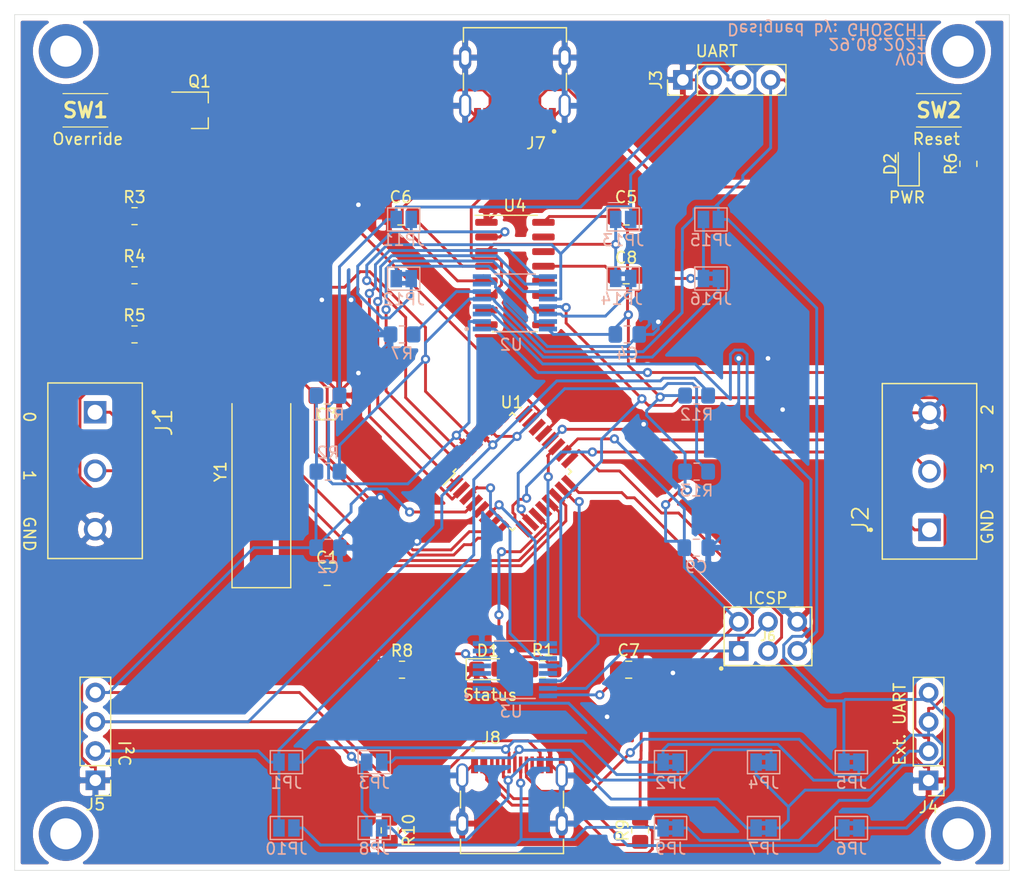
<source format=kicad_pcb>
(kicad_pcb (version 20171130) (host pcbnew "(5.1.10)-1")
  (title_block (title Control) (date 2021-08-29) (rev v01) (comment 4 "Author: GHOSCHT"))
  (layers (0 F.Cu signal) (31 B.Cu signal) (34 B.Paste user) (35 F.Paste user) (36 B.SilkS user) (37 F.SilkS user) (38 B.Mask user) (39 F.Mask user) (44 Edge.Cuts user))
  (net 0 "")
  (net 1 XTAL1)
  (net 2 GND)
  (net 3 XTAL2)
  (net 4 VCC)
  (net 5 "Net-(D1-Pad2)")
  (net 6 SCK)
  (net 7 RST)
  (net 8 RX)
  (net 9 TX)
  (net 10 SCL)
  (net 11 SDA)
  (net 12 "Net-(U1-Pad20)")
  (net 13 "Net-(U1-Pad22)")
  (net 14 "Net-(J7-PadA5)")
  (net 15 "Net-(J7-PadB8)")
  (net 16 "Net-(J7-PadA8)")
  (net 17 "Net-(J7-PadB5)")
  (net 18 "Net-(C6-Pad2)")
  (net 19 SIG1A)
  (net 20 SIG1B)
  (net 21 D+)
  (net 22 D-)
  (net 23 SIG2A)
  (net 24 SIG2B)
  (net 25 "Net-(U1-Pad25)")
  (net 26 "Net-(U1-Pad26)")
  (net 27 EXTRX)
  (net 28 EXTTX)
  (net 29 EXTRST)
  (net 30 "Net-(D2-Pad2)")
  (net 31 STOPRST)
  (net 32 "Net-(Q1-Pad1)")
  (net 33 "Net-(U1-Pad12)")
  (net 34 "Net-(JP11-Pad1)")
  (net 35 MUXRX)
  (net 36 "Net-(JP13-Pad1)")
  (net 37 MUXTX)
  (net 38 MUXRST)
  (net 39 LED)
  (net 40 MOSI)
  (net 41 MISO)
  (net 42 MUX1S1)
  (net 43 MUX1S2)
  (net 44 MUX2S0)
  (net 45 MUX2S1)
  (net 46 MUX2S2)
  (net 47 MUX1S0)
  (net 48 "Net-(Q1-Pad3)")
  (net 49 "Net-(C8-Pad1)")
  (net 50 "Net-(C8-Pad2)")
  (net 51 "Net-(J8-PadA4B9)")
  (net 52 "Net-(J8-PadA6)")
  (net 53 "Net-(J8-PadB7)")
  (net 54 "Net-(J8-PadA5)")
  (net 55 "Net-(J8-PadB8)")
  (net 56 "Net-(J8-PadA7)")
  (net 57 "Net-(J8-PadB6)")
  (net 58 "Net-(J8-PadA8)")
  (net 59 "Net-(J8-PadB5)")
  (net 60 "Net-(J8-PadB4A9)")
  (net 61 "Net-(R5-Pad2)")
  (net 62 "Net-(R7-Pad2)")
  (net 63 "Net-(R8-Pad2)")
  (net 64 "Net-(U1-Pad24)")
  (net 65 "Net-(U3-Pad1)")
  (net 66 "Net-(U3-Pad3)")
  (net 67 "Net-(U3-Pad4)")
  (net 68 "Net-(U3-Pad5)")
  (net 69 "Net-(U3-Pad13)")
  (net 70 "Net-(U4-Pad7)")
  (net 71 "Net-(U4-Pad8)")
  (net 72 "Net-(U4-Pad9)")
  (net 73 "Net-(U4-Pad10)")
  (net 74 "Net-(U4-Pad11)")
  (net 75 "Net-(U4-Pad12)")
  (net 76 "Net-(U4-Pad14)")
  (net 77 "Net-(U4-Pad15)")
  (module MountingHole:MountingHole_2.7mm_M2.5_DIN965_Pad (layer F.Cu) (at 186.563 59.309)
    (fp_text reference MNT4 hide)
    (fp_text value MountingHole_2.7mm_M2.5_DIN965_Pad)
    (pad 1 thru_hole circle (at 0 0) (size 4.7 4.7) (drill 2.7) (layers *.Cu *.Mask))
  )
  (module MountingHole:MountingHole_2.7mm_M2.5_DIN965_Pad (layer F.Cu) (at 109.093 59.309)
    (fp_text reference MNT3 hide)
    (fp_text value MountingHole_2.7mm_M2.5_DIN965_Pad)
    (pad 1 thru_hole circle (at 0 0) (size 4.7 4.7) (drill 2.7) (layers *.Cu *.Mask))
  )
  (module MountingHole:MountingHole_2.7mm_M2.5_DIN965_Pad (layer F.Cu) (at 109.093 127.254)
    (fp_text reference MNT2 hide)
    (fp_text value MountingHole_2.7mm_M2.5_DIN965_Pad)
    (pad 1 thru_hole circle (at 0 0) (size 4.7 4.7) (drill 2.7) (layers *.Cu *.Mask))
  )
  (module MountingHole:MountingHole_2.7mm_M2.5_DIN965_Pad (layer F.Cu) (at 186.563 127.254)
    (fp_text reference MNT1 hide)
    (fp_text value MountingHole_2.7mm_M2.5_DIN965_Pad)
    (pad 1 thru_hole circle (at 0 0) (size 4.7 4.7) (drill 2.7) (layers *.Cu *.Mask))
  )
  (module Capacitor_SMD:C_0805_2012Metric_Pad1.18x1.45mm_HandSolder (layer B.Cu) (at 163.825 102.4128)
    (fp_text reference C9 (at 0 1.68) (layer B.SilkS) (effects (justify mirror)))
    (fp_text value 100n)
    (pad 2 smd roundrect (at 1.0375 0) (size 1.175 1.45) (layers B.Cu B.Paste B.Mask) (roundrect_rratio 0.212766) (net 2 GND))
    (pad 1 smd roundrect (at -1.0375 0) (size 1.175 1.45) (layers B.Cu B.Paste B.Mask) (roundrect_rratio 0.212766) (net 4 VCC))
  )
  (module Capacitor_SMD:C_0805_2012Metric_Pad1.18x1.45mm_HandSolder (layer F.Cu) (at 131.785 89.2048)
    (fp_text reference C3 (at 0 1.651) (layer F.SilkS))
    (fp_text value 22p)
    (pad 1 smd roundrect (at -1.0375 0) (size 1.175 1.45) (layers F.Cu F.Paste F.Mask) (roundrect_rratio 0.212766) (net 3 XTAL2))
    (pad 2 smd roundrect (at 1.0375 0) (size 1.175 1.45) (layers F.Cu F.Paste F.Mask) (roundrect_rratio 0.212766) (net 2 GND))
  )
  (module Capacitor_SMD:C_0805_2012Metric_Pad1.18x1.45mm_HandSolder (layer B.Cu) (at 131.851 102.4128)
    (fp_text reference C2 (at 0 1.68) (layer B.SilkS) (effects (justify mirror)))
    (fp_text value 100n)
    (pad 2 smd roundrect (at 1.0375 0) (size 1.175 1.45) (layers B.Cu B.Paste B.Mask) (roundrect_rratio 0.212766) (net 2 GND))
    (pad 1 smd roundrect (at -1.0375 0) (size 1.175 1.45) (layers B.Cu B.Paste B.Mask) (roundrect_rratio 0.212766) (net 4 VCC))
  )
  (module LED_SMD:LED_0805_2012Metric_Castellated (layer F.Cu) (at 182.27 69.1134 90)
    (fp_text reference D2 (at 0 -1.6 90) (layer F.SilkS))
    (fp_text value 17-21/BHC-XL2M2TY/3T)
    (pad 1 smd roundrect (at -0.9625 0 90) (size 1.325 1.3) (layers F.Cu F.Paste F.Mask) (roundrect_rratio 0.192308) (net 2 GND))
    (pad 2 smd roundrect (at 0.9625 0 90) (size 1.325 1.3) (layers F.Cu F.Paste F.Mask) (roundrect_rratio 0.192308) (net 30 "Net-(D2-Pad2)"))
  )
  (module HRO_TYPE-C-31-M-12:HRO_TYPE-C-31-M-12 (layer F.Cu) (at 147.828 126.365)
    (fp_text reference J8 (at -1.825 -7.435) (layer F.SilkS))
    (fp_text value TYPE-C-31-M-12)
    (pad A1B12 smd rect (at -3.25 -5.095) (size 0.6 1.45) (layers F.Cu F.Paste F.Mask) (net 2 GND))
    (pad A4B9 smd rect (at -2.45 -5.095) (size 0.6 1.45) (layers F.Cu F.Paste F.Mask) (net 51 "Net-(J8-PadA4B9)"))
    (pad A6 smd rect (at -0.25 -5.095) (size 0.3 1.45) (layers F.Cu F.Paste F.Mask) (net 52 "Net-(J8-PadA6)"))
    (pad B7 smd rect (at -0.75 -5.095) (size 0.3 1.45) (layers F.Cu F.Paste F.Mask) (net 53 "Net-(J8-PadB7)"))
    (pad A5 smd rect (at -1.25 -5.095) (size 0.3 1.45) (layers F.Cu F.Paste F.Mask) (net 54 "Net-(J8-PadA5)"))
    (pad B8 smd rect (at -1.75 -5.095) (size 0.3 1.45) (layers F.Cu F.Paste F.Mask) (net 55 "Net-(J8-PadB8)"))
    (pad A7 smd rect (at 0.25 -5.095) (size 0.3 1.45) (layers F.Cu F.Paste F.Mask) (net 56 "Net-(J8-PadA7)"))
    (pad B6 smd rect (at 0.75 -5.095) (size 0.3 1.45) (layers F.Cu F.Paste F.Mask) (net 57 "Net-(J8-PadB6)"))
    (pad A8 smd rect (at 1.25 -5.095) (size 0.3 1.45) (layers F.Cu F.Paste F.Mask) (net 58 "Net-(J8-PadA8)"))
    (pad B5 smd rect (at 1.75 -5.095) (size 0.3 1.45) (layers F.Cu F.Paste F.Mask) (net 59 "Net-(J8-PadB5)"))
    (pad B4A9 smd rect (at 2.45 -5.095) (size 0.6 1.45) (layers F.Cu F.Paste F.Mask) (net 60 "Net-(J8-PadB4A9)"))
    (pad B1A12 smd rect (at 3.25 -5.095) (size 0.6 1.45) (layers F.Cu F.Paste F.Mask) (net 2 GND))
    (pad S1 thru_hole oval (at -4.32 -4.18) (size 1.05 2.1) (drill oval 0.65 1.75) (layers *.Cu *.Mask) (net 2 GND))
    (pad S2 thru_hole oval (at 4.32 -4.18) (size 1.05 2.1) (drill oval 0.65 1.75) (layers *.Cu *.Mask) (net 2 GND))
    (pad S3 thru_hole oval (at -4.32 0) (size 1.05 2.1) (drill oval 0.65 1.25) (layers *.Cu *.Mask) (net 2 GND))
    (pad S4 thru_hole oval (at 4.32 0) (size 1.05 2.1) (drill oval 0.65 1.25) (layers *.Cu *.Mask) (net 2 GND))
    (pad None np_thru_hole circle (at -2.89 -3.65) (size 0.7 0.7) (drill 0.7) (layers *.Cu *.Mask))
    (pad None np_thru_hole circle (at 2.89 -3.65) (size 0.7 0.7) (drill 0.7) (layers *.Cu *.Mask))
  )
  (module Jumper:SolderJumper-2_P1.3mm_Open_Pad1.0x1.5mm (layer B.Cu) (at 128.245 121.031)
    (fp_text reference JP1 (at 0 1.8) (layer B.SilkS) (effects (justify mirror)))
    (fp_text value SolderJumper)
    (pad 2 smd rect (at 0.65 0) (size 1 1.5) (layers B.Cu B.Mask) (net 52 "Net-(J8-PadA6)"))
    (pad 1 smd rect (at -0.65 0) (size 1 1.5) (layers B.Cu B.Mask) (net 11 SDA))
  )
  (module Jumper:SolderJumper-2_P1.3mm_Open_Pad1.0x1.5mm (layer B.Cu) (at 135.865 121.031)
    (fp_text reference JP3 (at 0 1.8) (layer B.SilkS) (effects (justify mirror)))
    (fp_text value SolderJumper)
    (pad 1 smd rect (at -0.65 0) (size 1 1.5) (layers B.Cu B.Mask) (net 10 SCL))
    (pad 2 smd rect (at 0.65 0) (size 1 1.5) (layers B.Cu B.Mask) (net 56 "Net-(J8-PadA7)"))
  )
  (module Jumper:SolderJumper-2_P1.3mm_Open_Pad1.0x1.5mm (layer B.Cu) (at 135.865 126.746)
    (fp_text reference JP8 (at 0 1.8) (layer B.SilkS) (effects (justify mirror)))
    (fp_text value SolderJumper)
    (pad 1 smd rect (at -0.65 0) (size 1 1.5) (layers B.Cu B.Mask) (net 10 SCL))
    (pad 2 smd rect (at 0.65 0) (size 1 1.5) (layers B.Cu B.Mask) (net 53 "Net-(J8-PadB7)"))
  )
  (module Jumper:SolderJumper-2_P1.3mm_Open_Pad1.0x1.5mm (layer B.Cu) (at 128.245 126.746)
    (fp_text reference JP10 (at 0 1.8) (layer B.SilkS) (effects (justify mirror)))
    (fp_text value SolderJumper)
    (pad 2 smd rect (at 0.65 0) (size 1 1.5) (layers B.Cu B.Mask) (net 57 "Net-(J8-PadB6)"))
    (pad 1 smd rect (at -0.65 0) (size 1 1.5) (layers B.Cu B.Mask) (net 11 SDA))
  )
  (module Resistor_SMD:R_0805_2012Metric_Pad1.20x1.40mm_HandSolder (layer B.Cu) (at 131.851 95.8088 180)
    (fp_text reference R2 (at 0 1.65) (layer B.SilkS) (effects (justify mirror)))
    (fp_text value 10k)
    (pad 1 smd roundrect (at -1 0 180) (size 1.2 1.4) (layers B.Cu B.Paste B.Mask) (roundrect_rratio 0.208333) (net 7 RST))
    (pad 2 smd roundrect (at 1 0 180) (size 1.2 1.4) (layers B.Cu B.Paste B.Mask) (roundrect_rratio 0.208333) (net 4 VCC))
  )
  (module Resistor_SMD:R_0805_2012Metric_Pad1.20x1.40mm_HandSolder (layer F.Cu) (at 187.452 69.088 270)
    (fp_text reference R6 (at 0 1.524 90) (layer F.SilkS))
    (fp_text value 200)
    (pad 2 smd roundrect (at 1 0 270) (size 1.2 1.4) (layers F.Cu F.Paste F.Mask) (roundrect_rratio 0.208333) (net 4 VCC))
    (pad 1 smd roundrect (at -1 0 270) (size 1.2 1.4) (layers F.Cu F.Paste F.Mask) (roundrect_rratio 0.208333) (net 30 "Net-(D2-Pad2)"))
  )
  (module Crystal:Crystal_SMD_HC49-SD_HandSoldering (layer F.Cu) (at 126.07 95.8088 90)
    (fp_text reference Y1 (at 0 -3.55 90) (layer F.SilkS))
    (fp_text value 16MHz)
    (pad 1 smd rect (at -5.9375 0 90) (size 7.875 2) (layers F.Cu F.Paste F.Mask) (net 1 XTAL1))
    (pad 2 smd rect (at 5.9375 0 90) (size 7.875 2) (layers F.Cu F.Paste F.Mask) (net 3 XTAL2))
  )
  (module Capacitor_SMD:C_0805_2012Metric_Pad1.18x1.45mm_HandSolder (layer F.Cu) (at 131.785 104.9528)
    (fp_text reference C1 (at 0 -1.68) (layer F.SilkS))
    (fp_text value 22p)
    (pad 1 smd roundrect (at -1.0375 0) (size 1.175 1.45) (layers F.Cu F.Paste F.Mask) (roundrect_rratio 0.212766) (net 1 XTAL1))
    (pad 2 smd roundrect (at 1.0375 0) (size 1.175 1.45) (layers F.Cu F.Paste F.Mask) (roundrect_rratio 0.212766) (net 2 GND))
  )
  (module CUI_TB006-508-03BE:CUI_TB006-508-03BE (layer F.Cu) (at 111.633 90.6526 270)
    (fp_text reference J1 (at 0.905 -5.989 90) (layer F.SilkS) (effects (font (size 1.4 1.4))))
    (fp_text value Screw_Terminal_01x03)
    (pad 1 thru_hole rect (at 0 0 270) (size 1.95 1.95) (drill 1.3) (layers *.Cu *.Mask) (net 19 SIG1A))
    (pad 2 thru_hole circle (at 5.08 0 270) (size 1.95 1.95) (drill 1.3) (layers *.Cu *.Mask) (net 20 SIG1B))
    (pad 3 thru_hole circle (at 10.16 0 270) (size 1.95 1.95) (drill 1.3) (layers *.Cu *.Mask) (net 2 GND))
  )
  (module HRO_TYPE-C-31-M-12:HRO_TYPE-C-31-M-12 (layer F.Cu) (at 148.082 59.8678 180)
    (fp_text reference J7 (at -1.825 -7.435) (layer F.SilkS))
    (fp_text value TYPE-C-31-M-12)
    (pad A1B12 smd rect (at -3.25 -5.095 180) (size 0.6 1.45) (layers F.Cu F.Paste F.Mask) (net 2 GND))
    (pad A4B9 smd rect (at -2.45 -5.095 180) (size 0.6 1.45) (layers F.Cu F.Paste F.Mask) (net 4 VCC))
    (pad A6 smd rect (at -0.25 -5.095 180) (size 0.3 1.45) (layers F.Cu F.Paste F.Mask) (net 21 D+))
    (pad B7 smd rect (at -0.75 -5.095 180) (size 0.3 1.45) (layers F.Cu F.Paste F.Mask) (net 22 D-))
    (pad A5 smd rect (at -1.25 -5.095 180) (size 0.3 1.45) (layers F.Cu F.Paste F.Mask) (net 14 "Net-(J7-PadA5)"))
    (pad B8 smd rect (at -1.75 -5.095 180) (size 0.3 1.45) (layers F.Cu F.Paste F.Mask) (net 15 "Net-(J7-PadB8)"))
    (pad A7 smd rect (at 0.25 -5.095 180) (size 0.3 1.45) (layers F.Cu F.Paste F.Mask) (net 22 D-))
    (pad B6 smd rect (at 0.75 -5.095 180) (size 0.3 1.45) (layers F.Cu F.Paste F.Mask) (net 21 D+))
    (pad A8 smd rect (at 1.25 -5.095 180) (size 0.3 1.45) (layers F.Cu F.Paste F.Mask) (net 16 "Net-(J7-PadA8)"))
    (pad B5 smd rect (at 1.75 -5.095 180) (size 0.3 1.45) (layers F.Cu F.Paste F.Mask) (net 17 "Net-(J7-PadB5)"))
    (pad B4A9 smd rect (at 2.45 -5.095 180) (size 0.6 1.45) (layers F.Cu F.Paste F.Mask) (net 4 VCC))
    (pad B1A12 smd rect (at 3.25 -5.095 180) (size 0.6 1.45) (layers F.Cu F.Paste F.Mask) (net 2 GND))
    (pad S1 thru_hole oval (at -4.32 -4.18 180) (size 1.05 2.1) (drill oval 0.65 1.75) (layers *.Cu *.Mask) (net 2 GND))
    (pad S2 thru_hole oval (at 4.32 -4.18 180) (size 1.05 2.1) (drill oval 0.65 1.75) (layers *.Cu *.Mask) (net 2 GND))
    (pad S3 thru_hole oval (at -4.32 0 180) (size 1.05 2.1) (drill oval 0.65 1.25) (layers *.Cu *.Mask) (net 2 GND))
    (pad S4 thru_hole oval (at 4.32 0 180) (size 1.05 2.1) (drill oval 0.65 1.25) (layers *.Cu *.Mask) (net 2 GND))
    (pad None np_thru_hole circle (at -2.89 -3.65 180) (size 0.7 0.7) (drill 0.7) (layers *.Cu *.Mask))
    (pad None np_thru_hole circle (at 2.89 -3.65 180) (size 0.7 0.7) (drill 0.7) (layers *.Cu *.Mask))
  )
  (module Package_SO:SOIC-16_3.9x9.9mm_P1.27mm (layer F.Cu) (at 148.082 78.613)
    (fp_text reference U4 (at 0 -5.9) (layer F.SilkS))
    (fp_text value CH340C)
    (pad 1 smd roundrect (at -2.475 -4.445) (size 1.95 0.6) (layers F.Cu F.Paste F.Mask) (net 2 GND))
    (pad 2 smd roundrect (at -2.475 -3.175) (size 1.95 0.6) (layers F.Cu F.Paste F.Mask) (net 34 "Net-(JP11-Pad1)"))
    (pad 3 smd roundrect (at -2.475 -1.905) (size 1.95 0.6) (layers F.Cu F.Paste F.Mask) (net 36 "Net-(JP13-Pad1)"))
    (pad 4 smd roundrect (at -2.475 -0.635) (size 1.95 0.6) (layers F.Cu F.Paste F.Mask) (net 18 "Net-(C6-Pad2)"))
    (pad 5 smd roundrect (at -2.475 0.635) (size 1.95 0.6) (layers F.Cu F.Paste F.Mask) (net 21 D+))
    (pad 6 smd roundrect (at -2.475 1.905) (size 1.95 0.6) (layers F.Cu F.Paste F.Mask) (net 22 D-))
    (pad 7 smd roundrect (at -2.475 3.175) (size 1.95 0.6) (layers F.Cu F.Paste F.Mask) (net 70 "Net-(U4-Pad7)"))
    (pad 8 smd roundrect (at -2.475 4.445) (size 1.95 0.6) (layers F.Cu F.Paste F.Mask) (net 71 "Net-(U4-Pad8)"))
    (pad 9 smd roundrect (at 2.475 4.445) (size 1.95 0.6) (layers F.Cu F.Paste F.Mask) (net 72 "Net-(U4-Pad9)"))
    (pad 10 smd roundrect (at 2.475 3.175) (size 1.95 0.6) (layers F.Cu F.Paste F.Mask) (net 73 "Net-(U4-Pad10)"))
    (pad 11 smd roundrect (at 2.475 1.905) (size 1.95 0.6) (layers F.Cu F.Paste F.Mask) (net 74 "Net-(U4-Pad11)"))
    (pad 12 smd roundrect (at 2.475 0.635) (size 1.95 0.6) (layers F.Cu F.Paste F.Mask) (net 75 "Net-(U4-Pad12)"))
    (pad 13 smd roundrect (at 2.475 -0.635) (size 1.95 0.6) (layers F.Cu F.Paste F.Mask) (net 50 "Net-(C8-Pad2)"))
    (pad 14 smd roundrect (at 2.475 -1.905) (size 1.95 0.6) (layers F.Cu F.Paste F.Mask) (net 76 "Net-(U4-Pad14)"))
    (pad 15 smd roundrect (at 2.475 -3.175) (size 1.95 0.6) (layers F.Cu F.Paste F.Mask) (net 77 "Net-(U4-Pad15)"))
    (pad 16 smd roundrect (at 2.475 -4.445) (size 1.95 0.6) (layers F.Cu F.Paste F.Mask) (net 4 VCC))
  )
  (module Capacitor_SMD:C_0805_2012Metric_Pad1.18x1.45mm_HandSolder (layer F.Cu) (at 157.734 73.66)
    (fp_text reference C5 (at 0 -1.68) (layer F.SilkS))
    (fp_text value 100n)
    (pad 2 smd roundrect (at 1.0375 0) (size 1.175 1.45) (layers F.Cu F.Paste F.Mask) (roundrect_rratio 0.212766) (net 2 GND))
    (pad 1 smd roundrect (at -1.0375 0) (size 1.175 1.45) (layers F.Cu F.Paste F.Mask) (roundrect_rratio 0.212766) (net 4 VCC))
  )
  (module Capacitor_SMD:C_0805_2012Metric_Pad1.18x1.45mm_HandSolder (layer F.Cu) (at 138.176 73.66)
    (fp_text reference C6 (at 0 -1.68) (layer F.SilkS))
    (fp_text value 100n)
    (pad 1 smd roundrect (at -1.0375 0) (size 1.175 1.45) (layers F.Cu F.Paste F.Mask) (roundrect_rratio 0.212766) (net 2 GND))
    (pad 2 smd roundrect (at 1.0375 0) (size 1.175 1.45) (layers F.Cu F.Paste F.Mask) (roundrect_rratio 0.212766) (net 18 "Net-(C6-Pad2)"))
  )
  (module Capacitor_SMD:C_0805_2012Metric_Pad1.18x1.45mm_HandSolder (layer F.Cu) (at 157.734 78.7654 180)
    (fp_text reference C8 (at 0 1.524) (layer F.SilkS))
    (fp_text value 100n)
    (pad 1 smd roundrect (at -1.0375 0 180) (size 1.175 1.45) (layers F.Cu F.Paste F.Mask) (roundrect_rratio 0.212766) (net 49 "Net-(C8-Pad1)"))
    (pad 2 smd roundrect (at 1.0375 0 180) (size 1.175 1.45) (layers F.Cu F.Paste F.Mask) (roundrect_rratio 0.212766) (net 50 "Net-(C8-Pad2)"))
  )
  (module CUI_TB006-508-03BE:CUI_TB006-508-03BE (layer F.Cu) (at 184.074 100.8634 90)
    (fp_text reference J2 (at 0.905 -5.989 90) (layer F.SilkS) (effects (font (size 1.4 1.4))))
    (fp_text value Screw_Terminal_01x03)
    (pad 1 thru_hole rect (at 0 0 90) (size 1.95 1.95) (drill 1.3) (layers *.Cu *.Mask) (net 23 SIG2A))
    (pad 2 thru_hole circle (at 5.08 0 90) (size 1.95 1.95) (drill 1.3) (layers *.Cu *.Mask) (net 24 SIG2B))
    (pad 3 thru_hole circle (at 10.16 0 90) (size 1.95 1.95) (drill 1.3) (layers *.Cu *.Mask) (net 2 GND))
  )
  (module Jumper:SolderJumper-2_P1.3mm_Bridged2Bar_Pad1.0x1.5mm (layer B.Cu) (at 161.595 121.031)
    (fp_text reference JP2 (at 0 1.8) (layer B.SilkS) (effects (justify mirror)))
    (fp_text value SolderJumper_Bridged)
    (fp_poly (pts (xy -0.25 -0.2) (xy 0.25 -0.2) (xy 0.25 -0.6) (xy -0.25 -0.6)) (layer B.Cu) (width 0))
    (fp_poly (pts (xy -0.25 0.6) (xy 0.25 0.6) (xy 0.25 0.2) (xy -0.25 0.2)) (layer B.Cu) (width 0))
    (pad 2 smd rect (at 0.65 0) (size 1 1.5) (layers B.Cu B.Mask) (net 52 "Net-(J8-PadA6)"))
    (pad 1 smd rect (at -0.65 0) (size 1 1.5) (layers B.Cu B.Mask) (net 27 EXTRX))
  )
  (module Jumper:SolderJumper-2_P1.3mm_Bridged2Bar_Pad1.0x1.5mm (layer B.Cu) (at 169.672 121.031)
    (fp_text reference JP4 (at 0 1.8) (layer B.SilkS) (effects (justify mirror)))
    (fp_text value SolderJumper_Bridged)
    (fp_poly (pts (xy -0.25 0.6) (xy 0.25 0.6) (xy 0.25 0.2) (xy -0.25 0.2)) (layer B.Cu) (width 0))
    (fp_poly (pts (xy -0.25 -0.2) (xy 0.25 -0.2) (xy 0.25 -0.6) (xy -0.25 -0.6)) (layer B.Cu) (width 0))
    (pad 1 smd rect (at -0.65 0) (size 1 1.5) (layers B.Cu B.Mask) (net 28 EXTTX))
    (pad 2 smd rect (at 0.65 0) (size 1 1.5) (layers B.Cu B.Mask) (net 56 "Net-(J8-PadA7)"))
  )
  (module Jumper:SolderJumper-2_P1.3mm_Bridged2Bar_Pad1.0x1.5mm (layer B.Cu) (at 177.292 121.031)
    (fp_text reference JP5 (at 0 1.8) (layer B.SilkS) (effects (justify mirror)))
    (fp_text value SolderJumper_Bridged)
    (fp_poly (pts (xy -0.25 -0.2) (xy 0.25 -0.2) (xy 0.25 -0.6) (xy -0.25 -0.6)) (layer B.Cu) (width 0))
    (fp_poly (pts (xy -0.25 0.6) (xy 0.25 0.6) (xy 0.25 0.2) (xy -0.25 0.2)) (layer B.Cu) (width 0))
    (pad 2 smd rect (at 0.65 0) (size 1 1.5) (layers B.Cu B.Mask) (net 58 "Net-(J8-PadA8)"))
    (pad 1 smd rect (at -0.65 0) (size 1 1.5) (layers B.Cu B.Mask) (net 29 EXTRST))
  )
  (module Jumper:SolderJumper-2_P1.3mm_Bridged2Bar_Pad1.0x1.5mm (layer B.Cu) (at 177.292 126.746)
    (fp_text reference JP6 (at 0 1.8) (layer B.SilkS) (effects (justify mirror)))
    (fp_text value SolderJumper_Bridged)
    (fp_poly (pts (xy -0.25 0.6) (xy 0.25 0.6) (xy 0.25 0.2) (xy -0.25 0.2)) (layer B.Cu) (width 0))
    (fp_poly (pts (xy -0.25 -0.2) (xy 0.25 -0.2) (xy 0.25 -0.6) (xy -0.25 -0.6)) (layer B.Cu) (width 0))
    (pad 1 smd rect (at -0.65 0) (size 1 1.5) (layers B.Cu B.Mask) (net 55 "Net-(J8-PadB8)"))
    (pad 2 smd rect (at 0.65 0) (size 1 1.5) (layers B.Cu B.Mask) (net 29 EXTRST))
  )
  (module Jumper:SolderJumper-2_P1.3mm_Bridged2Bar_Pad1.0x1.5mm (layer B.Cu) (at 169.672 126.746)
    (fp_text reference JP7 (at 0 1.8) (layer B.SilkS) (effects (justify mirror)))
    (fp_text value SolderJumper_Bridged)
    (fp_poly (pts (xy -0.25 -0.2) (xy 0.25 -0.2) (xy 0.25 -0.6) (xy -0.25 -0.6)) (layer B.Cu) (width 0))
    (fp_poly (pts (xy -0.25 0.6) (xy 0.25 0.6) (xy 0.25 0.2) (xy -0.25 0.2)) (layer B.Cu) (width 0))
    (pad 2 smd rect (at 0.65 0) (size 1 1.5) (layers B.Cu B.Mask) (net 28 EXTTX))
    (pad 1 smd rect (at -0.65 0) (size 1 1.5) (layers B.Cu B.Mask) (net 53 "Net-(J8-PadB7)"))
  )
  (module Jumper:SolderJumper-2_P1.3mm_Bridged2Bar_Pad1.0x1.5mm (layer B.Cu) (at 161.595 126.746)
    (fp_text reference JP9 (at 0 1.8) (layer B.SilkS) (effects (justify mirror)))
    (fp_text value SolderJumper_Bridged)
    (fp_poly (pts (xy -0.25 0.6) (xy 0.25 0.6) (xy 0.25 0.2) (xy -0.25 0.2)) (layer B.Cu) (width 0))
    (fp_poly (pts (xy -0.25 -0.2) (xy 0.25 -0.2) (xy 0.25 -0.6) (xy -0.25 -0.6)) (layer B.Cu) (width 0))
    (pad 1 smd rect (at -0.65 0) (size 1 1.5) (layers B.Cu B.Mask) (net 57 "Net-(J8-PadB6)"))
    (pad 2 smd rect (at 0.65 0) (size 1 1.5) (layers B.Cu B.Mask) (net 27 EXTRX))
  )
  (module Resistor_SMD:R_0805_2012Metric_Pad1.20x1.40mm_HandSolder (layer F.Cu) (at 115.058 78.7631)
    (fp_text reference R4 (at 0 -1.65) (layer F.SilkS))
    (fp_text value 120)
    (pad 1 smd roundrect (at -1 0) (size 1.2 1.4) (layers F.Cu F.Paste F.Mask) (roundrect_rratio 0.208333) (net 7 RST))
    (pad 2 smd roundrect (at 1 0) (size 1.2 1.4) (layers F.Cu F.Paste F.Mask) (roundrect_rratio 0.208333) (net 48 "Net-(Q1-Pad3)"))
  )
  (module Resistor_SMD:R_0805_2012Metric_Pad1.20x1.40mm_HandSolder (layer F.Cu) (at 158.953 126.9492 270)
    (fp_text reference R9 (at 0 1.524 90) (layer F.SilkS))
    (fp_text value 40.2)
    (pad 2 smd roundrect (at 1 0 270) (size 1.2 1.4) (layers F.Cu F.Paste F.Mask) (roundrect_rratio 0.208333) (net 51 "Net-(J8-PadA4B9)"))
    (pad 1 smd roundrect (at -1 0 270) (size 1.2 1.4) (layers F.Cu F.Paste F.Mask) (roundrect_rratio 0.208333) (net 4 VCC))
  )
  (module Resistor_SMD:R_0805_2012Metric_Pad1.20x1.40mm_HandSolder (layer F.Cu) (at 137.211 126.9492 270)
    (fp_text reference R10 (at 0 -1.65 90) (layer F.SilkS))
    (fp_text value 40.2)
    (pad 1 smd roundrect (at -1 0 270) (size 1.2 1.4) (layers F.Cu F.Paste F.Mask) (roundrect_rratio 0.208333) (net 4 VCC))
    (pad 2 smd roundrect (at 1 0 270) (size 1.2 1.4) (layers F.Cu F.Paste F.Mask) (roundrect_rratio 0.208333) (net 60 "Net-(J8-PadB4A9)"))
  )
  (module CD74HC4053PWR:SOP65P640X120-16N (layer B.Cu) (at 148.082 81.153)
    (fp_text reference U2 (at -0.325 3.635) (layer B.SilkS) (effects (justify mirror)))
    (fp_text value CD74HC4053PWR)
    (pad 1 smd rect (at -2.87 2.275) (size 1.57 0.41) (layers B.Cu B.Paste B.Mask) (net 27 EXTRX))
    (pad 2 smd rect (at -2.87 1.625) (size 1.57 0.41) (layers B.Cu B.Paste B.Mask) (net 8 RX))
    (pad 3 smd rect (at -2.87 0.975) (size 1.57 0.41) (layers B.Cu B.Paste B.Mask) (net 29 EXTRST))
    (pad 4 smd rect (at -2.87 0.325) (size 1.57 0.41) (layers B.Cu B.Paste B.Mask) (net 38 MUXRST))
    (pad 5 smd rect (at -2.87 -0.325) (size 1.57 0.41) (layers B.Cu B.Paste B.Mask) (net 7 RST))
    (pad 6 smd rect (at -2.87 -0.975) (size 1.57 0.41) (layers B.Cu B.Paste B.Mask) (net 62 "Net-(R7-Pad2)"))
    (pad 7 smd rect (at -2.87 -1.625) (size 1.57 0.41) (layers B.Cu B.Paste B.Mask) (net 2 GND))
    (pad 8 smd rect (at -2.87 -2.275) (size 1.57 0.41) (layers B.Cu B.Paste B.Mask) (net 2 GND))
    (pad 9 smd rect (at 2.87 -2.275) (size 1.57 0.41) (layers B.Cu B.Paste B.Mask) (net 43 MUX1S2))
    (pad 10 smd rect (at 2.87 -1.625) (size 1.57 0.41) (layers B.Cu B.Paste B.Mask) (net 42 MUX1S1))
    (pad 11 smd rect (at 2.87 -0.975) (size 1.57 0.41) (layers B.Cu B.Paste B.Mask) (net 47 MUX1S0))
    (pad 12 smd rect (at 2.87 -0.325) (size 1.57 0.41) (layers B.Cu B.Paste B.Mask) (net 9 TX))
    (pad 13 smd rect (at 2.87 0.325) (size 1.57 0.41) (layers B.Cu B.Paste B.Mask) (net 28 EXTTX))
    (pad 14 smd rect (at 2.87 0.975) (size 1.57 0.41) (layers B.Cu B.Paste B.Mask) (net 37 MUXTX))
    (pad 15 smd rect (at 2.87 1.625) (size 1.57 0.41) (layers B.Cu B.Paste B.Mask) (net 35 MUXRX))
    (pad 16 smd rect (at 2.87 2.275) (size 1.57 0.41) (layers B.Cu B.Paste B.Mask) (net 4 VCC))
  )
  (module Capacitor_SMD:C_0805_2012Metric_Pad1.18x1.45mm_HandSolder (layer B.Cu) (at 157.836 83.8962)
    (fp_text reference C4 (at 0 1.68) (layer B.SilkS) (effects (justify mirror)))
    (fp_text value 100n)
    (pad 1 smd roundrect (at -1.0375 0) (size 1.175 1.45) (layers B.Cu B.Paste B.Mask) (roundrect_rratio 0.212766) (net 4 VCC))
    (pad 2 smd roundrect (at 1.0375 0) (size 1.175 1.45) (layers B.Cu B.Paste B.Mask) (roundrect_rratio 0.212766) (net 2 GND))
  )
  (module Resistor_SMD:R_0805_2012Metric_Pad1.20x1.40mm_HandSolder (layer B.Cu) (at 138.278 83.8962)
    (fp_text reference R7 (at 0 1.65) (layer B.SilkS) (effects (justify mirror)))
    (fp_text value 10k)
    (pad 1 smd roundrect (at -1 0) (size 1.2 1.4) (layers B.Cu B.Paste B.Mask) (roundrect_rratio 0.208333) (net 2 GND))
    (pad 2 smd roundrect (at 1 0) (size 1.2 1.4) (layers B.Cu B.Paste B.Mask) (roundrect_rratio 0.208333) (net 62 "Net-(R7-Pad2)"))
  )
  (module Package_TO_SOT_SMD:SOT-23_Handsoldering (layer F.Cu) (at 120.701 64.4398)
    (fp_text reference Q1 (at 0 -2.5) (layer F.SilkS))
    (fp_text value Q_NPN_BCE)
    (pad 1 smd rect (at -1.5 -0.95) (size 1.9 0.8) (layers F.Cu F.Paste F.Mask) (net 32 "Net-(Q1-Pad1)"))
    (pad 2 smd rect (at -1.5 0.95) (size 1.9 0.8) (layers F.Cu F.Paste F.Mask) (net 4 VCC))
    (pad 3 smd rect (at 1.5 0) (size 1.9 0.8) (layers F.Cu F.Paste F.Mask) (net 48 "Net-(Q1-Pad3)"))
  )
  (module Resistor_SMD:R_0805_2012Metric_Pad1.20x1.40mm_HandSolder (layer F.Cu) (at 115.058 73.63)
    (fp_text reference R3 (at 0 -1.65) (layer F.SilkS))
    (fp_text value 40.2)
    (pad 1 smd roundrect (at -1 0) (size 1.2 1.4) (layers F.Cu F.Paste F.Mask) (roundrect_rratio 0.208333) (net 32 "Net-(Q1-Pad1)"))
    (pad 2 smd roundrect (at 1 0) (size 1.2 1.4) (layers F.Cu F.Paste F.Mask) (roundrect_rratio 0.208333) (net 31 STOPRST))
  )
  (module Package_QFP:TQFP-32_7x7mm_P0.8mm (layer F.Cu) (at 147.853 95.8088 45)
    (fp_text reference U1 (at 4.238964 -4.274319 180) (layer F.SilkS))
    (fp_text value ATmega328PB-AU)
    (pad 1 smd rect (at -4.25 -2.8 45) (size 1.6 0.55) (layers F.Cu F.Paste F.Mask) (net 42 MUX1S1))
    (pad 2 smd rect (at -4.25 -2 45) (size 1.6 0.55) (layers F.Cu F.Paste F.Mask) (net 43 MUX1S2))
    (pad 3 smd rect (at -4.25 -1.2 45) (size 1.6 0.55) (layers F.Cu F.Paste F.Mask) (net 44 MUX2S0))
    (pad 4 smd rect (at -4.25 -0.4 45) (size 1.6 0.55) (layers F.Cu F.Paste F.Mask) (net 4 VCC))
    (pad 5 smd rect (at -4.25 0.4 45) (size 1.6 0.55) (layers F.Cu F.Paste F.Mask) (net 2 GND))
    (pad 6 smd rect (at -4.25 1.2 45) (size 1.6 0.55) (layers F.Cu F.Paste F.Mask) (net 45 MUX2S1))
    (pad 7 smd rect (at -4.25 2 45) (size 1.6 0.55) (layers F.Cu F.Paste F.Mask) (net 1 XTAL1))
    (pad 8 smd rect (at -4.25 2.8 45) (size 1.6 0.55) (layers F.Cu F.Paste F.Mask) (net 3 XTAL2))
    (pad 9 smd rect (at -2.8 4.25 135) (size 1.6 0.55) (layers F.Cu F.Paste F.Mask) (net 23 SIG2A))
    (pad 10 smd rect (at -2 4.25 135) (size 1.6 0.55) (layers F.Cu F.Paste F.Mask) (net 24 SIG2B))
    (pad 11 smd rect (at -1.2 4.25 135) (size 1.6 0.55) (layers F.Cu F.Paste F.Mask) (net 39 LED))
    (pad 12 smd rect (at -0.4 4.25 135) (size 1.6 0.55) (layers F.Cu F.Paste F.Mask) (net 33 "Net-(U1-Pad12)"))
    (pad 13 smd rect (at 0.4 4.25 135) (size 1.6 0.55) (layers F.Cu F.Paste F.Mask) (net 19 SIG1A))
    (pad 14 smd rect (at 1.2 4.25 135) (size 1.6 0.55) (layers F.Cu F.Paste F.Mask) (net 20 SIG1B))
    (pad 15 smd rect (at 2 4.25 135) (size 1.6 0.55) (layers F.Cu F.Paste F.Mask) (net 40 MOSI))
    (pad 16 smd rect (at 2.8 4.25 135) (size 1.6 0.55) (layers F.Cu F.Paste F.Mask) (net 41 MISO))
    (pad 17 smd rect (at 4.25 2.8 45) (size 1.6 0.55) (layers F.Cu F.Paste F.Mask) (net 6 SCK))
    (pad 18 smd rect (at 4.25 2 45) (size 1.6 0.55) (layers F.Cu F.Paste F.Mask) (net 4 VCC))
    (pad 19 smd rect (at 4.25 1.2 45) (size 1.6 0.55) (layers F.Cu F.Paste F.Mask) (net 46 MUX2S2))
    (pad 20 smd rect (at 4.25 0.4 45) (size 1.6 0.55) (layers F.Cu F.Paste F.Mask) (net 12 "Net-(U1-Pad20)"))
    (pad 21 smd rect (at 4.25 -0.4 45) (size 1.6 0.55) (layers F.Cu F.Paste F.Mask) (net 2 GND))
    (pad 22 smd rect (at 4.25 -1.2 45) (size 1.6 0.55) (layers F.Cu F.Paste F.Mask) (net 13 "Net-(U1-Pad22)"))
    (pad 23 smd rect (at 4.25 -2 45) (size 1.6 0.55) (layers F.Cu F.Paste F.Mask) (net 31 STOPRST))
    (pad 24 smd rect (at 4.25 -2.8 45) (size 1.6 0.55) (layers F.Cu F.Paste F.Mask) (net 64 "Net-(U1-Pad24)"))
    (pad 25 smd rect (at 2.8 -4.25 135) (size 1.6 0.55) (layers F.Cu F.Paste F.Mask) (net 25 "Net-(U1-Pad25)"))
    (pad 26 smd rect (at 2 -4.25 135) (size 1.6 0.55) (layers F.Cu F.Paste F.Mask) (net 26 "Net-(U1-Pad26)"))
    (pad 27 smd rect (at 1.2 -4.25 135) (size 1.6 0.55) (layers F.Cu F.Paste F.Mask) (net 11 SDA))
    (pad 28 smd rect (at 0.4 -4.25 135) (size 1.6 0.55) (layers F.Cu F.Paste F.Mask) (net 10 SCL))
    (pad 29 smd rect (at -0.4 -4.25 135) (size 1.6 0.55) (layers F.Cu F.Paste F.Mask) (net 7 RST))
    (pad 30 smd rect (at -1.2 -4.25 135) (size 1.6 0.55) (layers F.Cu F.Paste F.Mask) (net 8 RX))
    (pad 31 smd rect (at -2 -4.25 135) (size 1.6 0.55) (layers F.Cu F.Paste F.Mask) (net 9 TX))
    (pad 32 smd rect (at -2.8 -4.25 135) (size 1.6 0.55) (layers F.Cu F.Paste F.Mask) (net 47 MUX1S0))
  )
  (module Jumper:SolderJumper-2_P1.3mm_Open_Pad1.0x1.5mm (layer B.Cu) (at 138.43 73.914 180)
    (fp_text reference JP11 (at 0 -1.778) (layer B.SilkS) (effects (justify mirror)))
    (fp_text value SolderJumper)
    (pad 2 smd rect (at 0.65 0 180) (size 1 1.5) (layers B.Cu B.Mask) (net 8 RX))
    (pad 1 smd rect (at -0.65 0 180) (size 1 1.5) (layers B.Cu B.Mask) (net 34 "Net-(JP11-Pad1)"))
  )
  (module Jumper:SolderJumper-2_P1.3mm_Bridged2Bar_Pad1.0x1.5mm (layer B.Cu) (at 138.43 79.0551)
    (fp_text reference JP12 (at 0 1.8) (layer B.SilkS) (effects (justify mirror)))
    (fp_text value SolderJumper_Bridged)
    (fp_poly (pts (xy -0.25 0.6) (xy 0.25 0.6) (xy 0.25 0.2) (xy -0.25 0.2)) (layer B.Cu) (width 0))
    (fp_poly (pts (xy -0.25 -0.2) (xy 0.25 -0.2) (xy 0.25 -0.6) (xy -0.25 -0.6)) (layer B.Cu) (width 0))
    (pad 1 smd rect (at -0.65 0) (size 1 1.5) (layers B.Cu B.Mask) (net 35 MUXRX))
    (pad 2 smd rect (at 0.65 0) (size 1 1.5) (layers B.Cu B.Mask) (net 34 "Net-(JP11-Pad1)"))
  )
  (module Jumper:SolderJumper-2_P1.3mm_Open_Pad1.0x1.5mm (layer B.Cu) (at 157.48 73.914)
    (fp_text reference JP13 (at 0 1.8) (layer B.SilkS) (effects (justify mirror)))
    (fp_text value SolderJumper)
    (pad 1 smd rect (at -0.65 0) (size 1 1.5) (layers B.Cu B.Mask) (net 36 "Net-(JP13-Pad1)"))
    (pad 2 smd rect (at 0.65 0) (size 1 1.5) (layers B.Cu B.Mask) (net 9 TX))
  )
  (module Jumper:SolderJumper-2_P1.3mm_Bridged2Bar_Pad1.0x1.5mm (layer B.Cu) (at 157.48 79.0401 180)
    (fp_text reference JP14 (at 0.127 -1.778) (layer B.SilkS) (effects (justify mirror)))
    (fp_text value SolderJumper_Bridged)
    (fp_poly (pts (xy -0.25 -0.2) (xy 0.25 -0.2) (xy 0.25 -0.6) (xy -0.25 -0.6)) (layer B.Cu) (width 0))
    (fp_poly (pts (xy -0.25 0.6) (xy 0.25 0.6) (xy 0.25 0.2) (xy -0.25 0.2)) (layer B.Cu) (width 0))
    (pad 2 smd rect (at 0.65 0 180) (size 1 1.5) (layers B.Cu B.Mask) (net 36 "Net-(JP13-Pad1)"))
    (pad 1 smd rect (at -0.65 0 180) (size 1 1.5) (layers B.Cu B.Mask) (net 37 MUXTX))
  )
  (module Jumper:SolderJumper-2_P1.3mm_Open_Pad1.0x1.5mm (layer B.Cu) (at 165.1 73.914)
    (fp_text reference JP15 (at 0 1.8) (layer B.SilkS) (effects (justify mirror)))
    (fp_text value SolderJumper)
    (pad 2 smd rect (at 0.65 0) (size 1 1.5) (layers B.Cu B.Mask) (net 7 RST))
    (pad 1 smd rect (at -0.65 0) (size 1 1.5) (layers B.Cu B.Mask) (net 49 "Net-(C8-Pad1)"))
  )
  (module Jumper:SolderJumper-2_P1.3mm_Bridged2Bar_Pad1.0x1.5mm (layer B.Cu) (at 165.1 79.0401 180)
    (fp_text reference JP16 (at 0 -1.778) (layer B.SilkS) (effects (justify mirror)))
    (fp_text value SolderJumper_Bridged)
    (fp_poly (pts (xy -0.25 0.6) (xy 0.25 0.6) (xy 0.25 0.2) (xy -0.25 0.2)) (layer B.Cu) (width 0))
    (fp_poly (pts (xy -0.25 -0.2) (xy 0.25 -0.2) (xy 0.25 -0.6) (xy -0.25 -0.6)) (layer B.Cu) (width 0))
    (pad 1 smd rect (at -0.65 0 180) (size 1 1.5) (layers B.Cu B.Mask) (net 38 MUXRST))
    (pad 2 smd rect (at 0.65 0 180) (size 1 1.5) (layers B.Cu B.Mask) (net 49 "Net-(C8-Pad1)"))
  )
  (module LED_SMD:LED_0805_2012Metric_Castellated (layer F.Cu) (at 145.734 112.9586)
    (fp_text reference D1 (at 0 -1.6) (layer F.SilkS))
    (fp_text value 17-21/BHC-XL2M2TY/3T)
    (pad 1 smd roundrect (at -0.9625 0) (size 1.325 1.3) (layers F.Cu F.Paste F.Mask) (roundrect_rratio 0.192308) (net 2 GND))
    (pad 2 smd roundrect (at 0.9625 0) (size 1.325 1.3) (layers F.Cu F.Paste F.Mask) (roundrect_rratio 0.192308) (net 5 "Net-(D1-Pad2)"))
  )
  (module Resistor_SMD:R_0805_2012Metric_Pad1.20x1.40mm_HandSolder (layer F.Cu) (at 150.514 112.9636)
    (fp_text reference R1 (at 0 -1.65) (layer F.SilkS))
    (fp_text value 200)
    (pad 1 smd roundrect (at -1 0) (size 1.2 1.4) (layers F.Cu F.Paste F.Mask) (roundrect_rratio 0.208333) (net 5 "Net-(D1-Pad2)"))
    (pad 2 smd roundrect (at 1 0) (size 1.2 1.4) (layers F.Cu F.Paste F.Mask) (roundrect_rratio 0.208333) (net 39 LED))
  )
  (module Capacitor_SMD:C_0805_2012Metric_Pad1.18x1.45mm_HandSolder (layer F.Cu) (at 157.959 113.0046)
    (fp_text reference C7 (at 0 -1.68) (layer F.SilkS))
    (fp_text value 100n)
    (pad 1 smd roundrect (at -1.0375 0) (size 1.175 1.45) (layers F.Cu F.Paste F.Mask) (roundrect_rratio 0.212766) (net 4 VCC))
    (pad 2 smd roundrect (at 1.0375 0) (size 1.175 1.45) (layers F.Cu F.Paste F.Mask) (roundrect_rratio 0.212766) (net 2 GND))
  )
  (module Resistor_SMD:R_0805_2012Metric_Pad1.20x1.40mm_HandSolder (layer F.Cu) (at 138.278 113.0046)
    (fp_text reference R8 (at 0 -1.65) (layer F.SilkS))
    (fp_text value 10k)
    (pad 2 smd roundrect (at 1 0) (size 1.2 1.4) (layers F.Cu F.Paste F.Mask) (roundrect_rratio 0.208333) (net 63 "Net-(R8-Pad2)"))
    (pad 1 smd roundrect (at -1 0) (size 1.2 1.4) (layers F.Cu F.Paste F.Mask) (roundrect_rratio 0.208333) (net 2 GND))
  )
  (module CD74HC4053PWR:SOP65P640X120-16N (layer B.Cu) (at 148.082 113.0046)
    (fp_text reference U3 (at -0.325 3.635) (layer B.SilkS) (effects (justify mirror)))
    (fp_text value CD74HC4053PWR)
    (pad 1 smd rect (at -2.87 2.275) (size 1.57 0.41) (layers B.Cu B.Paste B.Mask) (net 65 "Net-(U3-Pad1)"))
    (pad 2 smd rect (at -2.87 1.625) (size 1.57 0.41) (layers B.Cu B.Paste B.Mask) (net 27 EXTRX))
    (pad 3 smd rect (at -2.87 0.975) (size 1.57 0.41) (layers B.Cu B.Paste B.Mask) (net 66 "Net-(U3-Pad3)"))
    (pad 4 smd rect (at -2.87 0.325) (size 1.57 0.41) (layers B.Cu B.Paste B.Mask) (net 67 "Net-(U3-Pad4)"))
    (pad 5 smd rect (at -2.87 -0.325) (size 1.57 0.41) (layers B.Cu B.Paste B.Mask) (net 68 "Net-(U3-Pad5)"))
    (pad 6 smd rect (at -2.87 -0.975) (size 1.57 0.41) (layers B.Cu B.Paste B.Mask) (net 63 "Net-(R8-Pad2)"))
    (pad 7 smd rect (at -2.87 -1.625) (size 1.57 0.41) (layers B.Cu B.Paste B.Mask) (net 2 GND))
    (pad 8 smd rect (at -2.87 -2.275) (size 1.57 0.41) (layers B.Cu B.Paste B.Mask) (net 2 GND))
    (pad 9 smd rect (at 2.87 -2.275) (size 1.57 0.41) (layers B.Cu B.Paste B.Mask) (net 46 MUX2S2))
    (pad 10 smd rect (at 2.87 -1.625) (size 1.57 0.41) (layers B.Cu B.Paste B.Mask) (net 45 MUX2S1))
    (pad 11 smd rect (at 2.87 -0.975) (size 1.57 0.41) (layers B.Cu B.Paste B.Mask) (net 44 MUX2S0))
    (pad 12 smd rect (at 2.87 -0.325) (size 1.57 0.41) (layers B.Cu B.Paste B.Mask) (net 28 EXTTX))
    (pad 13 smd rect (at 2.87 0.325) (size 1.57 0.41) (layers B.Cu B.Paste B.Mask) (net 69 "Net-(U3-Pad13)"))
    (pad 14 smd rect (at 2.87 0.975) (size 1.57 0.41) (layers B.Cu B.Paste B.Mask) (net 40 MOSI))
    (pad 15 smd rect (at 2.87 1.625) (size 1.57 0.41) (layers B.Cu B.Paste B.Mask) (net 41 MISO))
    (pad 16 smd rect (at 2.87 2.275) (size 1.57 0.41) (layers B.Cu B.Paste B.Mask) (net 4 VCC))
  )
  (module Connector_PinHeader_2.54mm:PinHeader_1x04_P2.54mm_Vertical (layer F.Cu) (at 183.998 122.6185 180)
    (fp_text reference J4 (at 0 -2.33) (layer F.SilkS))
    (fp_text value Conn_01x04)
    (pad 1 thru_hole rect (at 0 0 180) (size 1.7 1.7) (drill 1) (layers *.Cu *.Mask) (net 2 GND))
    (pad 2 thru_hole oval (at 0 2.54 180) (size 1.7 1.7) (drill 1) (layers *.Cu *.Mask) (net 28 EXTTX))
    (pad 3 thru_hole oval (at 0 5.08 180) (size 1.7 1.7) (drill 1) (layers *.Cu *.Mask) (net 27 EXTRX))
    (pad 4 thru_hole oval (at 0 7.62 180) (size 1.7 1.7) (drill 1) (layers *.Cu *.Mask) (net 29 EXTRST))
  )
  (module Connector_PinHeader_2.54mm:PinHeader_1x04_P2.54mm_Vertical (layer F.Cu) (at 162.662 61.7982 90)
    (fp_text reference J3 (at 0 -2.33 90) (layer F.SilkS))
    (fp_text value Conn_01x04)
    (pad 1 thru_hole rect (at 0 0 90) (size 1.7 1.7) (drill 1) (layers *.Cu *.Mask) (net 2 GND))
    (pad 2 thru_hole oval (at 0 2.54 90) (size 1.7 1.7) (drill 1) (layers *.Cu *.Mask) (net 9 TX))
    (pad 3 thru_hole oval (at 0 5.08 90) (size 1.7 1.7) (drill 1) (layers *.Cu *.Mask) (net 8 RX))
    (pad 4 thru_hole oval (at 0 7.62 90) (size 1.7 1.7) (drill 1) (layers *.Cu *.Mask) (net 7 RST))
  )
  (module Connector_PinHeader_2.54mm:PinHeader_1x04_P2.54mm_Vertical (layer F.Cu) (at 111.658 122.6058 180)
    (fp_text reference J5 (at 0 -2.1082) (layer F.SilkS))
    (fp_text value Conn_01x04)
    (pad 4 thru_hole oval (at 0 7.62 180) (size 1.7 1.7) (drill 1) (layers *.Cu *.Mask) (net 4 VCC))
    (pad 3 thru_hole oval (at 0 5.08 180) (size 1.7 1.7) (drill 1) (layers *.Cu *.Mask) (net 10 SCL))
    (pad 2 thru_hole oval (at 0 2.54 180) (size 1.7 1.7) (drill 1) (layers *.Cu *.Mask) (net 11 SDA))
    (pad 1 thru_hole rect (at 0 0 180) (size 1.7 1.7) (drill 1) (layers *.Cu *.Mask) (net 2 GND))
  )
  (module AVR-ISP:AVR-ISP (layer F.Cu) (at 170.053 110.109)
    (fp_text reference J6 (at 0 0) (layer F.SilkS) (effects (font (size 0.787402 0.787402))))
    (fp_text value AVR-ISP-6)
    (fp_text user ICSP (at 0 -3.302) (layer F.SilkS))
    (pad 4 thru_hole circle (at 0 -1.27) (size 1.7 1.7) (drill 1) (layers *.Cu *.Mask) (net 40 MOSI))
    (pad 3 thru_hole circle (at 0 1.27) (size 1.7 1.7) (drill 1) (layers *.Cu *.Mask) (net 6 SCK))
    (pad 2 thru_hole circle (at -2.54 -1.27) (size 1.7 1.7) (drill 1) (layers *.Cu *.Mask) (net 4 VCC))
    (pad 1 thru_hole rect (at -2.54 1.27) (size 1.7 1.7) (drill 1) (layers *.Cu *.Mask) (net 41 MISO))
    (pad 5 thru_hole circle (at 2.54 1.27) (size 1.7 1.7) (drill 1) (layers *.Cu *.Mask) (net 7 RST))
    (pad 6 thru_hole circle (at 2.54 -1.27) (size 1.7 1.7) (drill 1) (layers *.Cu *.Mask) (net 2 GND))
  )
  (module Resistor_SMD:R_0805_2012Metric_Pad1.20x1.40mm_HandSolder (layer F.Cu) (at 115.058 83.8962)
    (fp_text reference R5 (at 0 -1.65) (layer F.SilkS))
    (fp_text value 40.2)
    (pad 1 smd roundrect (at -1 0) (size 1.2 1.4) (layers F.Cu F.Paste F.Mask) (roundrect_rratio 0.208333) (net 2 GND))
    (pad 2 smd roundrect (at 1 0) (size 1.2 1.4) (layers F.Cu F.Paste F.Mask) (roundrect_rratio 0.208333) (net 61 "Net-(R5-Pad2)"))
  )
  (module SKRKAEE020:SKRKAEE020 (layer F.Cu) (at 110.795 64.4398)
    (fp_text reference SW1 (at 0 0) (layer F.SilkS) (effects (font (size 1.27 1.27) (thickness 0.254))))
    (fp_text value SW_Push hide)
    (pad 1 smd rect (at -2.1 0) (size 0.8 2) (layers F.Cu F.Paste F.Mask) (net 48 "Net-(Q1-Pad3)"))
    (pad 2 smd rect (at 2.1 0) (size 0.8 2) (layers F.Cu F.Paste F.Mask) (net 61 "Net-(R5-Pad2)"))
  )
  (module SKRKAEE020:SKRKAEE020 (layer F.Cu) (at 184.887 64.4398)
    (fp_text reference SW2 (at 0 0) (layer F.SilkS) (effects (font (size 1.27 1.27) (thickness 0.254))))
    (fp_text value SW_Push hide)
    (pad 2 smd rect (at 2.1 0) (size 0.8 2) (layers F.Cu F.Paste F.Mask) (net 2 GND))
    (pad 1 smd rect (at -2.1 0) (size 0.8 2) (layers F.Cu F.Paste F.Mask) (net 7 RST))
  )
  (module Resistor_SMD:R_0805_2012Metric_Pad1.20x1.40mm_HandSolder (layer B.Cu) (at 131.851 89.2048)
    (fp_text reference R11 (at 0 1.65) (layer B.SilkS) (effects (justify mirror)))
    (fp_text value 10k)
    (pad 1 smd roundrect (at -1 0) (size 1.2 1.4) (layers B.Cu B.Paste B.Mask) (roundrect_rratio 0.208333) (net 4 VCC))
    (pad 2 smd roundrect (at 1 0) (size 1.2 1.4) (layers B.Cu B.Paste B.Mask) (roundrect_rratio 0.208333) (net 8 RX))
  )
  (module Resistor_SMD:R_0805_2012Metric_Pad1.20x1.40mm_HandSolder (layer B.Cu) (at 163.855 89.2048)
    (fp_text reference R12 (at 0 1.65) (layer B.SilkS) (effects (justify mirror)))
    (fp_text value 10k)
    (pad 2 smd roundrect (at 1 0) (size 1.2 1.4) (layers B.Cu B.Paste B.Mask) (roundrect_rratio 0.208333) (net 10 SCL))
    (pad 1 smd roundrect (at -1 0) (size 1.2 1.4) (layers B.Cu B.Paste B.Mask) (roundrect_rratio 0.208333) (net 4 VCC))
  )
  (module Resistor_SMD:R_0805_2012Metric_Pad1.20x1.40mm_HandSolder (layer B.Cu) (at 163.855 95.8088)
    (fp_text reference R13 (at 0 1.65) (layer B.SilkS) (effects (justify mirror)))
    (fp_text value 10k)
    (pad 1 smd roundrect (at -1 0) (size 1.2 1.4) (layers B.Cu B.Paste B.Mask) (roundrect_rratio 0.208333) (net 4 VCC))
    (pad 2 smd roundrect (at 1 0) (size 1.2 1.4) (layers B.Cu B.Paste B.Mask) (roundrect_rratio 0.208333) (net 11 SDA))
  )
  (gr_text V01 (at 182.499 59.944 180) (layer B.SilkS) (effects (font (size 1 1)) (justify mirror)))
  (gr_text 29.08.2021 (at 179.578 58.674 180) (layer B.SilkS) (effects (font (size 1 1)) (justify mirror)))
  (gr_text "Designed by: GHOSCHT" (at 175.133 57.404 180) (layer B.SilkS) (effects (font (size 1 1)) (justify mirror)))
  (gr_text PWR (at 182.118 72.009) (layer F.SilkS) (effects (font (size 1 1))))
  (gr_text Status (at 145.923 115.189) (layer F.SilkS) (effects (font (size 1 1))))
  (gr_text Override (at 110.998 66.929) (layer F.SilkS) (effects (font (size 1 1))))
  (gr_text Reset (at 184.658 66.929) (layer F.SilkS) (effects (font (size 1 1))))
  (gr_text I²C (at 114.173 120.269 270) (layer F.SilkS) (effects (font (size 1 1))))
  (gr_text "Ext. UART" (at 181.483 117.729 90) (layer F.SilkS) (effects (font (size 1 1))))
  (gr_text UART (at 165.608 59.309) (layer F.SilkS) (effects (font (size 1 1))))
  (gr_text 2 (at 189.103 90.424 90) (layer F.SilkS) (effects (font (size 1 1))))
  (gr_text GND (at 189.103 100.584 90) (layer F.SilkS) (effects (font (size 1 1))))
  (gr_text 3 (at 189.103 95.504 90) (layer F.SilkS) (effects (font (size 1 1))))
  (gr_text 0 (at 105.918 91.059 -90) (layer F.SilkS) (effects (font (size 1 1))))
  (gr_text 1 (at 105.918 96.139 -90) (layer F.SilkS) (effects (font (size 1 1))))
  (gr_text GND (at 105.918 101.219 270) (layer F.SilkS) (effects (font (size 1 1))))
  (gr_line (start 191.008 56.134) (end 191.008 130.429) (layer Edge.Cuts) (width 0.05))
  (gr_line (start 104.648 130.429) (end 191.008 130.429) (layer Edge.Cuts) (width 0.05))
  (gr_line (start 104.648 56.134) (end 104.648 130.429) (layer Edge.Cuts) (width 0.05))
  (gr_line (start 191.008 56.134) (end 104.648 56.134) (layer Edge.Cuts) (width 0.05))
  (segment (start 126.07 97.4835) (end 111.541 97.4835) (width 0.25) (layer F.Cu) (net 1))
  (segment (start 111.541 97.4835) (end 110.3176 96.2601) (width 0.25) (layer F.Cu) (net 1))
  (segment (start 110.3176 96.2601) (end 110.3176 89.4968) (width 0.25) (layer F.Cu) (net 1))
  (segment (start 110.3176 89.4968) (end 114.2468 85.5676) (width 0.25) (layer F.Cu) (net 1))
  (segment (start 114.2468 85.5676) (end 125.3944 85.5676) (width 0.25) (layer F.Cu) (net 1))
  (segment (start 125.3944 85.5676) (end 125.8448 85.1172) (width 0.25) (layer F.Cu) (net 1))
  (segment (start 125.8448 85.1172) (end 128.3371 85.1172) (width 0.25) (layer F.Cu) (net 1))
  (segment (start 128.3371 85.1172) (end 131.7851 88.5652) (width 0.25) (layer F.Cu) (net 1))
  (segment (start 131.7851 88.5652) (end 131.7851 94.5259) (width 0.25) (layer F.Cu) (net 1))
  (segment (start 131.7851 94.5259) (end 138.0763 100.8171) (width 0.25) (layer F.Cu) (net 1))
  (segment (start 138.0763 100.8171) (end 138.0763 101.454) (width 0.25) (layer F.Cu) (net 1))
  (segment (start 138.0763 101.454) (end 139.2239 102.6016) (width 0.25) (layer F.Cu) (net 1))
  (segment (start 139.2239 102.6016) (end 142.545 102.6016) (width 0.25) (layer F.Cu) (net 1))
  (segment (start 142.545 102.6016) (end 144.1226 101.024) (width 0.25) (layer F.Cu) (net 1))
  (segment (start 144.1226 101.024) (end 145.4662 101.024) (width 0.25) (layer F.Cu) (net 1))
  (segment (start 130.7475 104.9528) (end 129.8778 105.8225) (width 0.25) (layer F.Cu) (net 1))
  (segment (start 129.8778 105.8225) (end 126.07 105.8225) (width 0.25) (layer F.Cu) (net 1))
  (segment (start 126.07 101.7463) (end 126.07 105.8225) (width 0.25) (layer F.Cu) (net 1))
  (segment (start 126.07 101.7463) (end 126.07 97.4835) (width 0.25) (layer F.Cu) (net 1))
  (segment (start 146.262 100.2282) (end 145.4662 101.024) (width 0.25) (layer F.Cu) (net 1))
  (segment (start 152.402 64.0478) (end 151.487 64.9628) (width 0.25) (layer F.Cu) (net 2))
  (segment (start 151.487 64.9628) (end 151.332 64.9628) (width 0.25) (layer F.Cu) (net 2))
  (segment (start 158.874 83.8962) (end 158.3485 84.4212) (width 0.25) (layer B.Cu) (net 2))
  (segment (start 158.874 83.8962) (end 159.7439 83.0263) (width 0.25) (layer B.Cu) (net 2))
  (segment (start 159.7439 83.0263) (end 159.7439 73.1707) (width 0.25) (layer B.Cu) (net 2))
  (segment (start 159.7439 73.1707) (end 168.9226 63.992) (width 0.25) (layer B.Cu) (net 2))
  (segment (start 168.9226 63.992) (end 168.9226 61.2484) (width 0.25) (layer B.Cu) (net 2))
  (segment (start 168.9226 61.2484) (end 167.7694 60.0952) (width 0.25) (layer B.Cu) (net 2))
  (segment (start 167.7694 60.0952) (end 164.365 60.0952) (width 0.25) (layer B.Cu) (net 2))
  (segment (start 164.365 60.0952) (end 162.662 61.7982) (width 0.25) (layer B.Cu) (net 2))
  (segment (start 137.1385 73.66) (end 137.1385 76.2641) (width 0.25) (layer F.Cu) (net 2))
  (segment (start 144.677 64.9628) (end 137.1385 72.5013) (width 0.25) (layer F.Cu) (net 2))
  (segment (start 137.1385 72.5013) (end 137.1385 73.66) (width 0.25) (layer F.Cu) (net 2))
  (segment (start 145.2395 78.878) (end 145.2669 78.878) (width 0.25) (layer B.Cu) (net 2))
  (segment (start 145.212 78.878) (end 145.2395 78.878) (width 0.25) (layer B.Cu) (net 2))
  (segment (start 145.2395 78.878) (end 145.212 78.878) (width 0.25) (layer B.Cu) (net 2))
  (segment (start 145.2669 78.878) (end 145.2395 78.878) (width 0.25) (layer B.Cu) (net 2))
  (segment (start 151.8441 91.2517) (end 150.5752 92.5205) (width 0.25) (layer F.Cu) (net 2))
  (segment (start 159.258 91.059) (end 157.988 89.789) (width 0.25) (layer F.Cu) (net 2))
  (segment (start 157.988 89.789) (end 153.307 89.789) (width 0.25) (layer F.Cu) (net 2))
  (segment (start 153.307 89.789) (end 151.8441 91.2517) (width 0.25) (layer F.Cu) (net 2))
  (segment (start 143.508 122.185) (end 144.423 121.27) (width 0.25) (layer F.Cu) (net 2))
  (segment (start 144.423 121.27) (end 144.578 121.27) (width 0.25) (layer F.Cu) (net 2))
  (segment (start 114.058 84.9483) (end 125.3767 84.9483) (width 0.25) (layer F.Cu) (net 2))
  (segment (start 125.3767 84.9483) (end 125.6581 84.6669) (width 0.25) (layer F.Cu) (net 2))
  (segment (start 125.6581 84.6669) (end 128.5261 84.6669) (width 0.25) (layer F.Cu) (net 2))
  (segment (start 128.5261 84.6669) (end 132.8225 88.9633) (width 0.25) (layer F.Cu) (net 2))
  (segment (start 132.8225 88.9633) (end 132.8225 89.2048) (width 0.25) (layer F.Cu) (net 2))
  (segment (start 158.3485 84.4212) (end 157.823 84.9462) (width 0.25) (layer B.Cu) (net 2))
  (segment (start 157.823 84.9462) (end 150.895 84.9462) (width 0.25) (layer B.Cu) (net 2))
  (segment (start 150.895 84.9462) (end 147.193 81.244) (width 0.25) (layer B.Cu) (net 2))
  (segment (start 147.193 81.244) (end 147.193 80.584) (width 0.25) (layer B.Cu) (net 2))
  (segment (start 147.193 80.584) (end 146.398 79.789) (width 0.25) (layer B.Cu) (net 2))
  (segment (start 146.398 79.789) (end 146.398 79.469) (width 0.25) (layer B.Cu) (net 2))
  (segment (start 146.398 79.469) (end 145.271 79.469) (width 0.25) (layer B.Cu) (net 2))
  (segment (start 145.271 79.469) (end 145.212 79.528) (width 0.25) (layer B.Cu) (net 2))
  (segment (start 151.0137 115.079) (end 146.8919 115.079) (width 0.25) (layer F.Cu) (net 2))
  (segment (start 146.8919 115.079) (end 144.7715 112.9586) (width 0.25) (layer F.Cu) (net 2))
  (segment (start 144.7715 112.9586) (end 143.6472 114.0829) (width 0.25) (layer F.Cu) (net 2))
  (segment (start 143.6472 114.0829) (end 138.3563 114.0829) (width 0.25) (layer F.Cu) (net 2))
  (segment (start 138.3563 114.0829) (end 137.278 113.0046) (width 0.25) (layer F.Cu) (net 2))
  (segment (start 151.0137 115.079) (end 151.0137 120.1554) (width 0.25) (layer F.Cu) (net 2))
  (segment (start 151.0137 120.1554) (end 151.078 120.2197) (width 0.25) (layer F.Cu) (net 2))
  (segment (start 137.278 113.0046) (end 131.3061 107.0327) (width 0.25) (layer F.Cu) (net 2))
  (segment (start 131.3061 107.0327) (end 131.3061 106.4692) (width 0.25) (layer F.Cu) (net 2))
  (segment (start 117.2896 106.4692) (end 111.633 100.8126) (width 0.25) (layer F.Cu) (net 2))
  (segment (start 131.3061 106.4692) (end 117.2896 106.4692) (width 0.25) (layer F.Cu) (net 2))
  (segment (start 111.658 121.4305) (end 111.2907 121.4305) (width 0.25) (layer F.Cu) (net 2))
  (segment (start 111.2907 121.4305) (end 110.469 120.6088) (width 0.25) (layer F.Cu) (net 2))
  (segment (start 110.469 120.6088) (end 110.469 113.2898) (width 0.25) (layer F.Cu) (net 2))
  (segment (start 110.469 113.2898) (end 117.2896 106.4692) (width 0.25) (layer F.Cu) (net 2))
  (segment (start 111.658 122.6058) (end 111.658 121.4305) (width 0.25) (layer F.Cu) (net 2))
  (segment (start 131.3061 106.4692) (end 132.8225 104.9528) (width 0.25) (layer F.Cu) (net 2))
  (segment (start 114.058 84.9483) (end 109.8673 89.139) (width 0.25) (layer F.Cu) (net 2))
  (segment (start 109.8673 89.139) (end 109.8673 99.0469) (width 0.25) (layer F.Cu) (net 2))
  (segment (start 109.8673 99.0469) (end 111.633 100.8126) (width 0.25) (layer F.Cu) (net 2))
  (segment (start 150.5752 92.5205) (end 150.575 92.5207) (width 0.25) (layer F.Cu) (net 2))
  (segment (start 151.078 121.27) (end 151.078 120.2197) (width 0.25) (layer F.Cu) (net 2))
  (segment (start 152.7206 111.379) (end 147.828 111.379) (width 0.25) (layer F.Cu) (net 2))
  (segment (start 158.996 113.0046) (end 157.371 111.379) (width 0.25) (layer F.Cu) (net 2))
  (segment (start 157.371 111.379) (end 152.7206 111.379) (width 0.25) (layer F.Cu) (net 2))
  (segment (start 183.998 122.6185) (end 183.998 121.4432) (width 0.25) (layer F.Cu) (net 2))
  (segment (start 172.593 108.839) (end 182.8227 119.0687) (width 0.25) (layer F.Cu) (net 2))
  (segment (start 182.8227 119.0687) (end 182.8227 120.6353) (width 0.25) (layer F.Cu) (net 2))
  (segment (start 182.8227 120.6353) (end 183.6306 121.4432) (width 0.25) (layer F.Cu) (net 2))
  (segment (start 183.6306 121.4432) (end 183.998 121.4432) (width 0.25) (layer F.Cu) (net 2))
  (segment (start 152.148 122.185) (end 151.233 121.27) (width 0.25) (layer F.Cu) (net 2))
  (segment (start 151.233 121.27) (end 151.078 121.27) (width 0.25) (layer F.Cu) (net 2))
  (segment (start 145.1308 99.097) (end 145.131 99.0968) (width 0.25) (layer F.Cu) (net 2))
  (segment (start 139.573 101.854) (end 142.373 101.854) (width 0.25) (layer F.Cu) (net 2))
  (segment (start 142.373 101.854) (end 145.1308 99.097) (width 0.25) (layer F.Cu) (net 2))
  (segment (start 145.1306 99.0968) (end 145.1308 99.097) (width 0.25) (layer F.Cu) (net 2))
  (segment (start 114.058 83.8962) (end 114.058 84.9483) (width 0.25) (layer F.Cu) (net 2))
  (segment (start 143.508 126.365) (end 143.508 122.185) (width 0.25) (layer B.Cu) (net 2))
  (segment (start 145.3495 78.878) (end 145.2669 78.878) (width 0.25) (layer B.Cu) (net 2))
  (segment (start 145.2669 78.878) (end 145.3495 78.878) (width 0.25) (layer B.Cu) (net 2))
  (segment (start 144.677 64.9628) (end 144.832 64.9628) (width 0.25) (layer F.Cu) (net 2))
  (segment (start 143.762 64.0478) (end 144.677 64.9628) (width 0.25) (layer F.Cu) (net 2))
  (segment (start 164.8625 102.4128) (end 166.1668 102.4128) (width 0.25) (layer B.Cu) (net 2))
  (segment (start 166.1668 102.4128) (end 172.593 108.839) (width 0.25) (layer B.Cu) (net 2))
  (segment (start 152.148 126.365) (end 143.508 126.365) (width 0.25) (layer F.Cu) (net 2))
  (segment (start 150.5754 92.5208) (end 150.5752 92.5206) (width 0.25) (layer F.Cu) (net 2))
  (segment (start 150.5752 92.5206) (end 150.5752 92.5205) (width 0.25) (layer F.Cu) (net 2))
  (segment (start 151.0437 72.61) (end 147.165 72.61) (width 0.25) (layer F.Cu) (net 2))
  (segment (start 147.165 72.61) (end 145.607 74.168) (width 0.25) (layer F.Cu) (net 2))
  (segment (start 158.7717 73.6598) (end 157.721 72.61) (width 0.25) (layer F.Cu) (net 2))
  (segment (start 157.721 72.61) (end 151.0437 72.61) (width 0.25) (layer F.Cu) (net 2))
  (segment (start 152.402 61.7982) (end 152.402 64.0478) (width 0.25) (layer B.Cu) (net 2))
  (segment (start 152.402 59.8678) (end 152.402 61.7982) (width 0.25) (layer B.Cu) (net 2))
  (segment (start 152.402 61.7982) (end 161.4867 61.7982) (width 0.25) (layer B.Cu) (net 2))
  (segment (start 162.662 61.7982) (end 161.4867 61.7982) (width 0.25) (layer B.Cu) (net 2))
  (segment (start 158.3485 84.4212) (end 158.8735 83.8962) (width 0.25) (layer B.Cu) (net 2))
  (segment (start 143.762 59.8678) (end 152.402 59.8678) (width 0.25) (layer F.Cu) (net 2))
  (segment (start 152.148 126.365) (end 152.148 122.185) (width 0.25) (layer B.Cu) (net 2))
  (segment (start 132.8885 102.4128) (end 139.014 102.4128) (width 0.25) (layer B.Cu) (net 2))
  (segment (start 139.014 102.4128) (end 139.573 101.854) (width 0.25) (layer B.Cu) (net 2))
  (segment (start 147.193 111.379) (end 145.213 111.379) (width 0.25) (layer B.Cu) (net 2))
  (segment (start 145.213 111.379) (end 145.212 111.3796) (width 0.25) (layer B.Cu) (net 2))
  (segment (start 181.2404 67.5186) (end 182.9306 65.8284) (width 0.25) (layer F.Cu) (net 2))
  (segment (start 182.9306 65.8284) (end 184.8731 65.8284) (width 0.25) (layer F.Cu) (net 2))
  (segment (start 184.8731 65.8284) (end 186.2617 64.4398) (width 0.25) (layer F.Cu) (net 2))
  (segment (start 182.27 70.0759) (end 181.2404 69.0463) (width 0.25) (layer F.Cu) (net 2))
  (segment (start 181.2404 69.0463) (end 181.2404 67.5186) (width 0.25) (layer F.Cu) (net 2))
  (segment (start 181.2404 67.5186) (end 169.1904 67.5186) (width 0.25) (layer F.Cu) (net 2))
  (segment (start 169.1904 67.5186) (end 163.8373 62.1655) (width 0.25) (layer F.Cu) (net 2))
  (segment (start 163.8373 62.1655) (end 163.8373 61.7982) (width 0.25) (layer F.Cu) (net 2))
  (segment (start 162.662 61.7982) (end 163.8373 61.7982) (width 0.25) (layer F.Cu) (net 2))
  (segment (start 145.3495 78.878) (end 145.487 78.878) (width 0.25) (layer B.Cu) (net 2))
  (segment (start 145.487 78.878) (end 145.3495 78.878) (width 0.25) (layer B.Cu) (net 2))
  (segment (start 158.9965 113.0046) (end 158.996 113.0046) (width 0.25) (layer F.Cu) (net 2))
  (segment (start 158.772 73.66) (end 158.7717 73.6598) (width 0.25) (layer F.Cu) (net 2))
  (segment (start 158.7715 73.66) (end 158.7717 73.6598) (width 0.25) (layer F.Cu) (net 2))
  (segment (start 186.987 64.4398) (end 186.2617 64.4398) (width 0.25) (layer F.Cu) (net 2))
  (segment (start 159.258 91.694) (end 159.258 91.059) (width 0.25) (layer F.Cu) (net 2))
  (segment (start 143.762 59.8678) (end 143.762 64.0478) (width 0.25) (layer B.Cu) (net 2))
  (segment (start 132.888 102.4128) (end 132.8885 102.4128) (width 0.25) (layer B.Cu) (net 2))
  (segment (start 146.398 79.469) (end 145.807 78.878) (width 0.25) (layer B.Cu) (net 2))
  (segment (start 145.807 78.878) (end 145.487 78.878) (width 0.25) (layer B.Cu) (net 2))
  (segment (start 147.193 111.379) (end 146.544 110.7296) (width 0.25) (layer B.Cu) (net 2))
  (segment (start 146.544 110.7296) (end 145.212 110.7296) (width 0.25) (layer B.Cu) (net 2))
  (segment (start 147.828 111.379) (end 147.193 111.379) (width 0.25) (layer B.Cu) (net 2))
  (via (at 147.828 111.379) (size 0.8) (layers F.Cu B.Cu) (net 2))
  (via (at 159.258 91.694) (size 0.8) (layers F.Cu B.Cu) (net 2))
  (via (at 139.573 101.854) (size 0.8) (layers F.Cu B.Cu) (net 2))
  (segment (start 162.342998 97.122002) (end 159.258 94.037004) (width 0.25) (layer B.Cu) (net 2))
  (segment (start 162.342998 97.757002) (end 162.342998 97.122002) (width 0.25) (layer B.Cu) (net 2))
  (segment (start 164.8625 102.4128) (end 164.8625 100.276504) (width 0.25) (layer B.Cu) (net 2))
  (segment (start 164.8625 100.276504) (end 162.342998 97.757002) (width 0.25) (layer B.Cu) (net 2))
  (segment (start 159.258 94.037004) (end 159.258 92.259685) (width 0.25) (layer B.Cu) (net 2))
  (segment (start 159.258 92.259685) (end 159.258 91.694) (width 0.25) (layer B.Cu) (net 2))
  (segment (start 164.8625 102.4128) (end 165.0492 102.4128) (width 0.25) (layer B.Cu) (net 2))
  (via (at 167.513 85.979) (size 0.8) (drill 0.4) (layers F.Cu B.Cu) (net 2))
  (segment (start 167.513 99.949) (end 167.513 85.979) (width 0.25) (layer B.Cu) (net 2))
  (segment (start 165.0492 102.4128) (end 167.513 99.949) (width 0.25) (layer B.Cu) (net 2))
  (via (at 160.528 82.804) (size 0.8) (drill 0.4) (layers F.Cu B.Cu) (net 2))
  (segment (start 163.703 85.979) (end 160.528 82.804) (width 0.25) (layer F.Cu) (net 2))
  (segment (start 167.513 85.979) (end 163.703 85.979) (width 0.25) (layer F.Cu) (net 2))
  (segment (start 160.528 82.804) (end 160.528 83.439) (width 0.25) (layer B.Cu) (net 2))
  (segment (start 160.0708 83.8962) (end 158.8735 83.8962) (width 0.25) (layer B.Cu) (net 2))
  (segment (start 160.528 83.439) (end 160.0708 83.8962) (width 0.25) (layer B.Cu) (net 2))
  (via (at 134.493 87.249) (size 0.8) (drill 0.4) (layers F.Cu B.Cu) (net 2))
  (segment (start 137.278 84.464) (end 134.493 87.249) (width 0.25) (layer B.Cu) (net 2))
  (segment (start 137.278 83.8962) (end 137.278 84.464) (width 0.25) (layer B.Cu) (net 2))
  (segment (start 132.8225 88.9195) (end 132.8225 89.2048) (width 0.25) (layer F.Cu) (net 2))
  (segment (start 134.493 87.249) (end 132.8225 88.9195) (width 0.25) (layer F.Cu) (net 2))
  (via (at 171.323 90.424) (size 0.8) (drill 0.4) (layers F.Cu B.Cu) (net 2))
  (segment (start 171.6024 90.7034) (end 171.323 90.424) (width 0.25) (layer F.Cu) (net 2))
  (segment (start 184.074 90.7034) (end 171.6024 90.7034) (width 0.25) (layer F.Cu) (net 2))
  (segment (start 171.323 90.424) (end 170.053 89.154) (width 0.25) (layer B.Cu) (net 2))
  (via (at 170.053 85.979) (size 0.8) (drill 0.4) (layers F.Cu B.Cu) (net 2))
  (segment (start 170.053 89.154) (end 170.053 85.979) (width 0.25) (layer B.Cu) (net 2))
  (segment (start 170.053 85.979) (end 167.513 85.979) (width 0.25) (layer F.Cu) (net 2))
  (segment (start 132.8885 101.5535) (end 136.398 98.044) (width 0.25) (layer B.Cu) (net 2))
  (segment (start 132.8885 102.4128) (end 132.8885 101.5535) (width 0.25) (layer B.Cu) (net 2))
  (via (at 136.398 98.044) (size 0.8) (drill 0.4) (layers F.Cu B.Cu) (net 2))
  (segment (start 136.398 92.7803) (end 132.8225 89.2048) (width 0.25) (layer F.Cu) (net 2))
  (segment (start 136.398 98.044) (end 136.398 92.7803) (width 0.25) (layer F.Cu) (net 2))
  (segment (start 158.7715 73.66) (end 158.7715 71.5225) (width 0.25) (layer F.Cu) (net 2))
  (segment (start 158.7715 71.5225) (end 155.448 68.199) (width 0.25) (layer F.Cu) (net 2))
  (segment (start 155.448 68.199) (end 152.908 68.199) (width 0.25) (layer F.Cu) (net 2))
  (segment (start 151.332 66.623) (end 151.332 64.9628) (width 0.25) (layer F.Cu) (net 2))
  (segment (start 152.908 68.199) (end 151.332 66.623) (width 0.25) (layer F.Cu) (net 2))
  (via (at 133.858 80.899) (size 0.8) (drill 0.4) (layers F.Cu B.Cu) (net 2))
  (segment (start 136.8552 83.8962) (end 133.858 80.899) (width 0.25) (layer B.Cu) (net 2))
  (segment (start 137.278 83.8962) (end 136.8552 83.8962) (width 0.25) (layer B.Cu) (net 2))
  (via (at 131.318 80.899) (size 0.8) (drill 0.4) (layers F.Cu B.Cu) (net 2))
  (segment (start 133.858 80.899) (end 131.318 80.899) (width 0.25) (layer F.Cu) (net 2))
  (via (at 134.493 72.644) (size 0.8) (drill 0.4) (layers F.Cu B.Cu) (net 2))
  (segment (start 131.318 75.819) (end 134.493 72.644) (width 0.25) (layer B.Cu) (net 2))
  (segment (start 131.318 80.899) (end 131.318 75.819) (width 0.25) (layer B.Cu) (net 2))
  (segment (start 135.509 73.66) (end 137.1385 73.66) (width 0.25) (layer F.Cu) (net 2))
  (segment (start 134.493 72.644) (end 135.509 73.66) (width 0.25) (layer F.Cu) (net 2))
  (segment (start 154.068 115.079) (end 156.083 117.094) (width 0.25) (layer F.Cu) (net 2))
  (via (at 156.083 117.094) (size 0.8) (drill 0.4) (layers F.Cu B.Cu) (net 2))
  (segment (start 151.0137 115.079) (end 154.068 115.079) (width 0.25) (layer F.Cu) (net 2))
  (via (at 161.798 113.284) (size 0.8) (drill 0.4) (layers F.Cu B.Cu) (net 2))
  (segment (start 159.893 113.284) (end 161.798 113.284) (width 0.25) (layer B.Cu) (net 2))
  (segment (start 156.083 117.094) (end 159.893 113.284) (width 0.25) (layer B.Cu) (net 2))
  (segment (start 159.2759 113.284) (end 158.9965 113.0046) (width 0.25) (layer F.Cu) (net 2))
  (segment (start 161.798 113.284) (end 159.2759 113.284) (width 0.25) (layer F.Cu) (net 2))
  (segment (start 146.0321 101.5895) (end 146.032 101.5895) (width 0.25) (layer F.Cu) (net 3))
  (segment (start 146.032 101.5895) (end 144.8624 101.5895) (width 0.25) (layer F.Cu) (net 3))
  (segment (start 144.8624 101.5895) (end 144.3006 102.1513) (width 0.25) (layer F.Cu) (net 3))
  (segment (start 144.3006 102.1513) (end 143.6638 102.1513) (width 0.25) (layer F.Cu) (net 3))
  (segment (start 143.6638 102.1513) (end 142.7632 103.0519) (width 0.25) (layer F.Cu) (net 3))
  (segment (start 142.7632 103.0519) (end 139.0373 103.0519) (width 0.25) (layer F.Cu) (net 3))
  (segment (start 139.0373 103.0519) (end 137.4667 101.4813) (width 0.25) (layer F.Cu) (net 3))
  (segment (start 137.4667 101.4813) (end 137.4667 100.8444) (width 0.25) (layer F.Cu) (net 3))
  (segment (start 137.4667 100.8444) (end 130.7475 94.1252) (width 0.25) (layer F.Cu) (net 3))
  (segment (start 130.7475 94.1252) (end 130.7475 89.2048) (width 0.25) (layer F.Cu) (net 3))
  (segment (start 126.07 89.8713) (end 126.07 85.6085) (width 0.25) (layer F.Cu) (net 3))
  (segment (start 146.8277 100.7939) (end 146.0321 101.5895) (width 0.25) (layer F.Cu) (net 3))
  (segment (start 126.07 85.6085) (end 127.2297 85.6085) (width 0.25) (layer F.Cu) (net 3))
  (segment (start 127.2297 85.6085) (end 130.7475 89.1263) (width 0.25) (layer F.Cu) (net 3))
  (segment (start 130.7475 89.1263) (end 130.7475 89.2048) (width 0.25) (layer F.Cu) (net 3))
  (segment (start 145.9215 63.2791) (end 145.3148 62.6724) (width 0.25) (layer F.Cu) (net 4))
  (segment (start 145.3148 62.6724) (end 142.6851 62.6724) (width 0.25) (layer F.Cu) (net 4))
  (segment (start 142.6851 62.6724) (end 139.9677 65.3898) (width 0.25) (layer F.Cu) (net 4))
  (segment (start 139.9677 65.3898) (end 119.201 65.3898) (width 0.25) (layer F.Cu) (net 4))
  (segment (start 145.632 64.9628) (end 145.632 64.3127) (width 0.25) (layer F.Cu) (net 4))
  (segment (start 145.632 64.3127) (end 145.9215 64.0232) (width 0.25) (layer F.Cu) (net 4))
  (segment (start 145.9215 64.0232) (end 145.9215 63.2791) (width 0.25) (layer F.Cu) (net 4))
  (segment (start 145.9215 63.2791) (end 150.2395 63.2791) (width 0.25) (layer F.Cu) (net 4))
  (segment (start 150.2395 63.2791) (end 150.2395 64.0201) (width 0.25) (layer F.Cu) (net 4))
  (segment (start 150.2395 64.0201) (end 150.532 64.3126) (width 0.25) (layer F.Cu) (net 4))
  (segment (start 150.532 64.3126) (end 150.532 64.9628) (width 0.25) (layer F.Cu) (net 4))
  (segment (start 161.1821 71.0968) (end 152.7331 62.6478) (width 0.25) (layer F.Cu) (net 4))
  (segment (start 152.7331 62.6478) (end 150.8708 62.6478) (width 0.25) (layer F.Cu) (net 4))
  (segment (start 150.8708 62.6478) (end 150.2395 63.2791) (width 0.25) (layer F.Cu) (net 4))
  (segment (start 157.8576 74.8211) (end 159.2492 74.8211) (width 0.25) (layer F.Cu) (net 4))
  (segment (start 159.2492 74.8211) (end 161.1821 72.8882) (width 0.25) (layer F.Cu) (net 4))
  (segment (start 161.1821 72.8882) (end 161.1821 71.0968) (width 0.25) (layer F.Cu) (net 4))
  (segment (start 161.1821 71.0968) (end 186.4432 71.0968) (width 0.25) (layer F.Cu) (net 4))
  (segment (start 186.4432 71.0968) (end 187.452 70.088) (width 0.25) (layer F.Cu) (net 4))
  (segment (start 158.953 125.9492) (end 158.953 120.8253) (width 0.25) (layer F.Cu) (net 4))
  (segment (start 158.953 120.8253) (end 159.0323 120.746) (width 0.25) (layer F.Cu) (net 4))
  (segment (start 159.0323 120.746) (end 159.0323 120.064) (width 0.25) (layer F.Cu) (net 4))
  (segment (start 159.0323 120.064) (end 159.0423 120.054) (width 0.25) (layer F.Cu) (net 4))
  (segment (start 159.0423 120.054) (end 159.0423 117.3097) (width 0.25) (layer F.Cu) (net 4))
  (segment (start 159.0423 117.3097) (end 159.0424 117.3096) (width 0.25) (layer F.Cu) (net 4))
  (segment (start 157.8576 74.8211) (end 157.8576 82.1212) (width 0.25) (layer F.Cu) (net 4))
  (segment (start 157.8576 82.1212) (end 157.9307 82.1943) (width 0.25) (layer F.Cu) (net 4))
  (segment (start 156.6965 73.66) (end 157.8576 74.8211) (width 0.25) (layer F.Cu) (net 4))
  (segment (start 156.7985 83.8962) (end 156.7985 83.3265) (width 0.25) (layer B.Cu) (net 4))
  (segment (start 156.7985 83.3265) (end 157.9307 82.1943) (width 0.25) (layer B.Cu) (net 4))
  (segment (start 156.798 83.8962) (end 156.7985 83.8962) (width 0.25) (layer B.Cu) (net 4))
  (segment (start 157.9307 82.1943) (end 157.9307 86.5752) (width 0.25) (layer F.Cu) (net 4))
  (segment (start 157.9307 86.5752) (end 160.6903 89.3348) (width 0.25) (layer F.Cu) (net 4))
  (segment (start 160.6903 89.3348) (end 160.8203 89.2048) (width 0.25) (layer B.Cu) (net 4))
  (segment (start 160.8203 89.2048) (end 162.855 89.2048) (width 0.25) (layer B.Cu) (net 4))
  (segment (start 159.5202 90.9164) (end 159.5202 90.5049) (width 0.25) (layer B.Cu) (net 4))
  (segment (start 159.5202 90.5049) (end 160.6903 89.3348) (width 0.25) (layer B.Cu) (net 4))
  (segment (start 156.8403 93.0859) (end 156.8403 93.0863) (width 0.25) (layer B.Cu) (net 4))
  (segment (start 162.855 95.8088) (end 162.855 94.2512) (width 0.25) (layer B.Cu) (net 4))
  (segment (start 162.855 94.2512) (end 159.5202 90.9164) (width 0.25) (layer B.Cu) (net 4))
  (segment (start 162.788 102.4128) (end 162.788 99.0335) (width 0.25) (layer B.Cu) (net 4))
  (segment (start 162.788 99.0335) (end 156.8403 93.0863) (width 0.25) (layer B.Cu) (net 4))
  (segment (start 156.8403 93.0863) (end 156.718 92.964) (width 0.25) (layer B.Cu) (net 4))
  (segment (start 167.513 108.839) (end 159.0424 117.3096) (width 0.25) (layer F.Cu) (net 4))
  (segment (start 111.658 114.9858) (end 129.3744 114.9858) (width 0.25) (layer F.Cu) (net 4))
  (segment (start 129.3744 114.9858) (end 137.211 122.8224) (width 0.25) (layer F.Cu) (net 4))
  (segment (start 137.211 122.8224) (end 137.211 125.9492) (width 0.25) (layer F.Cu) (net 4))
  (segment (start 158.953 125.9492) (end 160.0116 127.0078) (width 0.25) (layer F.Cu) (net 4))
  (segment (start 160.0116 127.0078) (end 160.0116 128.578) (width 0.25) (layer F.Cu) (net 4))
  (segment (start 160.0116 128.578) (end 159.6374 128.9522) (width 0.25) (layer F.Cu) (net 4))
  (segment (start 159.6374 128.9522) (end 136.5538 128.9522) (width 0.25) (layer F.Cu) (net 4))
  (segment (start 136.5538 128.9522) (end 136.1374 128.5358) (width 0.25) (layer F.Cu) (net 4))
  (segment (start 136.1374 128.5358) (end 136.1374 127.0228) (width 0.25) (layer F.Cu) (net 4))
  (segment (start 136.1374 127.0228) (end 137.211 125.9492) (width 0.25) (layer F.Cu) (net 4))
  (segment (start 152.2724 94.2178) (end 152.272 94.2178) (width 0.25) (layer F.Cu) (net 4))
  (segment (start 156.798 83.8962) (end 151.42 83.8962) (width 0.25) (layer B.Cu) (net 4))
  (segment (start 151.42 83.8962) (end 150.952 83.428) (width 0.25) (layer B.Cu) (net 4))
  (segment (start 130.851 95.8088) (end 130.851 89.2048) (width 0.25) (layer B.Cu) (net 4))
  (segment (start 130.851 96.253) (end 130.851 95.8088) (width 0.25) (layer B.Cu) (net 4))
  (segment (start 162.788 102.4128) (end 162.788 104.114) (width 0.25) (layer B.Cu) (net 4))
  (segment (start 162.788 104.114) (end 167.513 108.839) (width 0.25) (layer B.Cu) (net 4))
  (segment (start 162.7875 102.4128) (end 162.788 102.4128) (width 0.25) (layer B.Cu) (net 4))
  (segment (start 111.658 114.9858) (end 112.8333 114.9858) (width 0.25) (layer B.Cu) (net 4))
  (segment (start 112.8333 114.9858) (end 125.4063 102.4128) (width 0.25) (layer B.Cu) (net 4))
  (segment (start 125.4063 102.4128) (end 130.8135 102.4128) (width 0.25) (layer B.Cu) (net 4))
  (segment (start 156.696 73.66) (end 156.6965 73.66) (width 0.25) (layer F.Cu) (net 4))
  (segment (start 156.696 73.66) (end 151.065 73.66) (width 0.25) (layer F.Cu) (net 4))
  (segment (start 151.065 73.66) (end 150.557 74.168) (width 0.25) (layer F.Cu) (net 4))
  (segment (start 156.922 113.4176) (end 156.9215 113.4171) (width 0.25) (layer F.Cu) (net 4))
  (segment (start 156.9215 113.4171) (end 156.9215 113.0046) (width 0.25) (layer F.Cu) (net 4))
  (segment (start 156.922 113.0046) (end 156.922 113.4176) (width 0.25) (layer F.Cu) (net 4))
  (segment (start 156.718 92.964) (end 153.543 92.964) (width 0.25) (layer F.Cu) (net 4))
  (segment (start 153.543 92.964) (end 152.289 94.2178) (width 0.25) (layer F.Cu) (net 4))
  (segment (start 152.289 94.2178) (end 152.2724 94.2178) (width 0.25) (layer F.Cu) (net 4))
  (segment (start 151.043 115.189) (end 150.952 115.2796) (width 0.25) (layer B.Cu) (net 4))
  (segment (start 138.938 99.314) (end 143.782 99.314) (width 0.25) (layer F.Cu) (net 4))
  (segment (start 143.782 99.314) (end 144.565 98.5312) (width 0.25) (layer F.Cu) (net 4))
  (via (at 157.9307 82.1943) (size 0.8) (layers F.Cu B.Cu) (net 4))
  (via (at 160.6903 89.3348) (size 0.8) (layers F.Cu B.Cu) (net 4))
  (via (at 156.718 92.964) (size 0.8) (layers F.Cu B.Cu) (net 4))
  (via (at 138.938 99.314) (size 0.8) (layers F.Cu B.Cu) (net 4))
  (segment (start 130.8135 95.8463) (end 130.851 95.8088) (width 0.25) (layer B.Cu) (net 4))
  (segment (start 130.8135 102.4128) (end 130.8135 95.8463) (width 0.25) (layer B.Cu) (net 4))
  (via (at 163.068 97.409) (size 0.8) (drill 0.4) (layers F.Cu B.Cu) (net 4))
  (segment (start 162.855 97.196) (end 163.068 97.409) (width 0.25) (layer B.Cu) (net 4))
  (segment (start 162.855 95.8088) (end 162.855 97.196) (width 0.25) (layer B.Cu) (net 4))
  (via (at 161.163 98.679) (size 0.8) (drill 0.4) (layers F.Cu B.Cu) (net 4))
  (segment (start 162.433 97.409) (end 161.163 98.679) (width 0.25) (layer F.Cu) (net 4))
  (segment (start 163.068 97.409) (end 162.433 97.409) (width 0.25) (layer F.Cu) (net 4))
  (segment (start 161.163 98.679) (end 161.163 101.854) (width 0.25) (layer B.Cu) (net 4))
  (segment (start 162.2287 101.854) (end 162.7875 102.4128) (width 0.25) (layer B.Cu) (net 4))
  (segment (start 161.163 101.854) (end 162.2287 101.854) (width 0.25) (layer B.Cu) (net 4))
  (segment (start 135.182302 97.318998) (end 136.942998 97.318998) (width 0.25) (layer B.Cu) (net 4))
  (segment (start 130.8135 102.4128) (end 130.8135 101.6878) (width 0.25) (layer B.Cu) (net 4))
  (segment (start 136.942998 97.318998) (end 138.938 99.314) (width 0.25) (layer B.Cu) (net 4))
  (segment (start 130.8135 102.4128) (end 130.8135 102.3585) (width 0.25) (layer B.Cu) (net 4))
  (segment (start 130.8135 102.3585) (end 133.858 99.314) (width 0.25) (layer B.Cu) (net 4))
  (segment (start 133.858 98.6433) (end 135.182302 97.318998) (width 0.25) (layer B.Cu) (net 4))
  (segment (start 133.858 99.314) (end 133.858 98.6433) (width 0.25) (layer B.Cu) (net 4))
  (segment (start 159.0423 115.1254) (end 156.9215 113.0046) (width 0.25) (layer F.Cu) (net 4))
  (segment (start 159.0423 117.3097) (end 159.0423 115.1254) (width 0.25) (layer F.Cu) (net 4))
  (via (at 155.448 115.189) (size 0.8) (drill 0.4) (layers F.Cu B.Cu) (net 4))
  (segment (start 156.9215 113.7155) (end 155.448 115.189) (width 0.25) (layer F.Cu) (net 4))
  (segment (start 156.9215 113.0046) (end 156.9215 113.7155) (width 0.25) (layer F.Cu) (net 4))
  (segment (start 151.0426 115.189) (end 150.952 115.2796) (width 0.25) (layer B.Cu) (net 4))
  (segment (start 155.448 115.189) (end 151.0426 115.189) (width 0.25) (layer B.Cu) (net 4))
  (segment (start 146.6965 112.9586) (end 149.509 112.9586) (width 0.25) (layer F.Cu) (net 5))
  (segment (start 149.509 112.9586) (end 149.514 112.9636) (width 0.25) (layer F.Cu) (net 5))
  (segment (start 171.2331 108.3466) (end 162.290502 99.404002) (width 0.25) (layer F.Cu) (net 6))
  (segment (start 162.290502 99.404002) (end 160.814998 99.404002) (width 0.25) (layer F.Cu) (net 6))
  (segment (start 160.814998 99.404002) (end 157.159596 95.7486) (width 0.25) (layer F.Cu) (net 6))
  (segment (start 171.2331 110.1989) (end 171.2331 108.3466) (width 0.25) (layer F.Cu) (net 6))
  (segment (start 157.159596 95.7486) (end 155.3945 95.7486) (width 0.25) (layer F.Cu) (net 6))
  (segment (start 170.053 111.379) (end 171.2331 110.1989) (width 0.25) (layer F.Cu) (net 6))
  (segment (start 155.3945 95.7486) (end 153.6338 93.9878) (width 0.25) (layer F.Cu) (net 6))
  (segment (start 153.6338 93.9878) (end 152.8381 94.7835) (width 0.25) (layer F.Cu) (net 6))
  (segment (start 114.058 78.7631) (end 115.0982 79.8033) (width 0.25) (layer F.Cu) (net 7))
  (segment (start 115.0982 79.8033) (end 133.2912 79.8033) (width 0.25) (layer F.Cu) (net 7))
  (segment (start 133.2912 79.8033) (end 134.6458 78.4487) (width 0.25) (layer F.Cu) (net 7))
  (segment (start 134.6458 78.4487) (end 135.4772 78.4487) (width 0.25) (layer F.Cu) (net 7))
  (segment (start 135.4772 78.4487) (end 140.3196 83.2911) (width 0.25) (layer F.Cu) (net 7))
  (segment (start 140.3196 83.2911) (end 140.3196 86.0486) (width 0.25) (layer F.Cu) (net 7))
  (segment (start 165.5989 72.6875) (end 165.75 72.8387) (width 0.25) (layer B.Cu) (net 7))
  (segment (start 170.282 61.7982) (end 170.282 67.6913) (width 0.25) (layer B.Cu) (net 7))
  (segment (start 170.282 67.6913) (end 167.8622 70.1111) (width 0.25) (layer B.Cu) (net 7))
  (segment (start 167.8622 70.1111) (end 167.8622 70.4242) (width 0.25) (layer B.Cu) (net 7))
  (segment (start 167.8622 70.4242) (end 165.5989 72.6875) (width 0.25) (layer B.Cu) (net 7))
  (segment (start 140.3196 86.0486) (end 132.851 93.5172) (width 0.25) (layer B.Cu) (net 7))
  (segment (start 132.851 93.5172) (end 132.851 95.8088) (width 0.25) (layer B.Cu) (net 7))
  (segment (start 140.3196 86.0486) (end 140.3196 84.6101) (width 0.25) (layer B.Cu) (net 7))
  (segment (start 140.3196 84.6101) (end 144.1017 80.828) (width 0.25) (layer B.Cu) (net 7))
  (segment (start 144.565 93.0864) (end 140.3196 88.841) (width 0.25) (layer F.Cu) (net 7))
  (segment (start 140.3196 88.841) (end 140.3196 86.0486) (width 0.25) (layer F.Cu) (net 7))
  (segment (start 145.212 80.828) (end 144.1017 80.828) (width 0.25) (layer B.Cu) (net 7))
  (segment (start 165.75 73.914) (end 166.5753 73.914) (width 0.25) (layer B.Cu) (net 7))
  (segment (start 172.593 111.379) (end 174.2828 109.6892) (width 0.25) (layer B.Cu) (net 7))
  (segment (start 174.2828 109.6892) (end 174.2828 81.6215) (width 0.25) (layer B.Cu) (net 7))
  (segment (start 174.2828 81.6215) (end 166.5753 73.914) (width 0.25) (layer B.Cu) (net 7))
  (segment (start 165.75 73.914) (end 165.75 72.8387) (width 0.25) (layer B.Cu) (net 7))
  (segment (start 170.282 61.7982) (end 171.4573 61.7982) (width 0.25) (layer F.Cu) (net 7))
  (segment (start 182.787 64.4398) (end 174.0989 64.4398) (width 0.25) (layer F.Cu) (net 7))
  (segment (start 174.0989 64.4398) (end 171.4573 61.7982) (width 0.25) (layer F.Cu) (net 7))
  (via (at 140.3196 86.0486) (size 0.8) (layers F.Cu B.Cu) (net 7))
  (segment (start 165.5989 72.6875) (end 165.4478 72.8386) (width 0.25) (layer B.Cu) (net 7))
  (segment (start 165.4478 72.8386) (end 163.8499 72.8386) (width 0.25) (layer B.Cu) (net 7))
  (segment (start 163.8499 72.8386) (end 163.8498 72.8387) (width 0.25) (layer B.Cu) (net 7))
  (segment (start 163.8498 72.8387) (end 163.8152 72.8387) (width 0.25) (layer B.Cu) (net 7))
  (segment (start 146.3223 80.9033) (end 146.247 80.828) (width 0.25) (layer B.Cu) (net 7))
  (segment (start 163.6247 73.0638) (end 163.6246 73.0639) (width 0.25) (layer B.Cu) (net 7))
  (segment (start 146.3223 81.0107) (end 146.3223 80.9033) (width 0.25) (layer B.Cu) (net 7))
  (segment (start 150.7082 85.3966) (end 146.3223 81.0107) (width 0.25) (layer B.Cu) (net 7))
  (segment (start 162.5982 82.00521) (end 159.20681 85.3966) (width 0.25) (layer B.Cu) (net 7))
  (segment (start 162.6239 74.7289) (end 162.6239 76.5932) (width 0.25) (layer B.Cu) (net 7))
  (segment (start 162.5982 76.6189) (end 162.5982 82.00521) (width 0.25) (layer B.Cu) (net 7))
  (segment (start 163.8152 72.8387) (end 163.6247 73.0292) (width 0.25) (layer B.Cu) (net 7))
  (segment (start 163.6247 73.0292) (end 163.6247 73.0638) (width 0.25) (layer B.Cu) (net 7))
  (segment (start 146.247 80.828) (end 145.212 80.828) (width 0.25) (layer B.Cu) (net 7))
  (segment (start 162.6239 76.5932) (end 162.5982 76.6189) (width 0.25) (layer B.Cu) (net 7))
  (segment (start 163.6246 73.7282) (end 162.6239 74.7289) (width 0.25) (layer B.Cu) (net 7))
  (segment (start 159.20681 85.3966) (end 150.7082 85.3966) (width 0.25) (layer B.Cu) (net 7))
  (segment (start 163.6246 73.0639) (end 163.6246 73.7282) (width 0.25) (layer B.Cu) (net 7))
  (segment (start 132.851 89.2048) (end 132.851 78.0177) (width 0.25) (layer B.Cu) (net 8))
  (segment (start 132.851 78.0177) (end 136.9547 73.914) (width 0.25) (layer B.Cu) (net 8))
  (segment (start 137.78 73.914) (end 136.9547 73.914) (width 0.25) (layer B.Cu) (net 8))
  (segment (start 137.78 73.914) (end 137.78 72.8387) (width 0.25) (layer B.Cu) (net 8))
  (segment (start 167.742 61.7982) (end 166.5667 61.7982) (width 0.25) (layer B.Cu) (net 8))
  (segment (start 166.5667 61.7982) (end 166.5667 61.4309) (width 0.25) (layer B.Cu) (net 8))
  (segment (start 166.5667 61.4309) (end 165.7339 60.5981) (width 0.25) (layer B.Cu) (net 8))
  (segment (start 165.7339 60.5981) (end 164.6757 60.5981) (width 0.25) (layer B.Cu) (net 8))
  (segment (start 164.6757 60.5981) (end 163.8374 61.4364) (width 0.25) (layer B.Cu) (net 8))
  (segment (start 163.8374 61.4364) (end 163.8374 62.7874) (width 0.25) (layer B.Cu) (net 8))
  (segment (start 163.8374 62.7874) (end 153.7861 72.8387) (width 0.25) (layer B.Cu) (net 8))
  (segment (start 153.7861 72.8387) (end 137.78 72.8387) (width 0.25) (layer B.Cu) (net 8))
  (segment (start 142.9995 92.6523) (end 144.1017 91.5501) (width 0.25) (layer B.Cu) (net 8))
  (segment (start 144.1017 91.5501) (end 144.1017 82.778) (width 0.25) (layer B.Cu) (net 8))
  (segment (start 145.212 82.778) (end 144.1017 82.778) (width 0.25) (layer B.Cu) (net 8))
  (segment (start 143.9993 93.6521) (end 142.9995 92.6523) (width 0.25) (layer F.Cu) (net 8))
  (via (at 142.9995 92.6523) (size 0.8) (layers F.Cu B.Cu) (net 8))
  (segment (start 138.782813 96.868987) (end 132.254487 96.868987) (width 0.25) (layer B.Cu) (net 8))
  (segment (start 132.254487 96.868987) (end 131.9058 96.5203) (width 0.25) (layer B.Cu) (net 8))
  (segment (start 142.9995 92.6523) (end 138.782813 96.868987) (width 0.25) (layer B.Cu) (net 8))
  (segment (start 131.9058 96.5203) (end 131.9058 90.15) (width 0.25) (layer B.Cu) (net 8))
  (segment (start 131.9058 90.15) (end 132.851 89.2048) (width 0.25) (layer B.Cu) (net 8))
  (segment (start 135.2208 79.2223) (end 135.4078 79.2223) (width 0.25) (layer F.Cu) (net 9))
  (segment (start 135.4078 79.2223) (end 138.5967 82.4112) (width 0.25) (layer F.Cu) (net 9))
  (segment (start 138.5967 82.4112) (end 138.5967 89.3809) (width 0.25) (layer F.Cu) (net 9))
  (segment (start 138.5967 89.3809) (end 143.4336 94.2178) (width 0.25) (layer F.Cu) (net 9))
  (segment (start 152.0623 76.9001) (end 151.2704 76.1082) (width 0.25) (layer B.Cu) (net 9))
  (segment (start 151.2704 76.1082) (end 137.0025 76.1082) (width 0.25) (layer B.Cu) (net 9))
  (segment (start 137.0025 76.1082) (end 135.2208 77.8899) (width 0.25) (layer B.Cu) (net 9))
  (segment (start 135.2208 77.8899) (end 135.2208 79.2223) (width 0.25) (layer B.Cu) (net 9))
  (segment (start 152.0623 76.9001) (end 152.0623 80.828) (width 0.25) (layer B.Cu) (net 9))
  (segment (start 158.13 72.8081) (end 156.1543 72.8081) (width 0.25) (layer B.Cu) (net 9))
  (segment (start 156.1543 72.8081) (end 152.0623 76.9001) (width 0.25) (layer B.Cu) (net 9))
  (segment (start 150.952 80.828) (end 152.0623 80.828) (width 0.25) (layer B.Cu) (net 9))
  (segment (start 158.13 72.8081) (end 158.13 73.914) (width 0.25) (layer B.Cu) (net 9))
  (segment (start 165.202 62.9735) (end 158.13 70.0455) (width 0.25) (layer B.Cu) (net 9))
  (segment (start 158.13 70.0455) (end 158.13 72.8081) (width 0.25) (layer B.Cu) (net 9))
  (segment (start 165.202 61.7982) (end 165.202 62.9735) (width 0.25) (layer B.Cu) (net 9))
  (via (at 135.2208 79.2223) (size 0.8) (layers F.Cu B.Cu) (net 9))
  (segment (start 135.215 126.746) (end 135.215 125.6707) (width 0.25) (layer B.Cu) (net 10))
  (segment (start 134.8024 121.031) (end 134.8024 125.2581) (width 0.25) (layer B.Cu) (net 10))
  (segment (start 134.8024 125.2581) (end 135.215 125.6707) (width 0.25) (layer B.Cu) (net 10))
  (segment (start 134.8024 121.031) (end 134.3897 121.031) (width 0.25) (layer B.Cu) (net 10))
  (segment (start 135.215 121.031) (end 134.8024 121.031) (width 0.25) (layer B.Cu) (net 10))
  (segment (start 146.1606 93.4869) (end 141.7341 97.9134) (width 0.25) (layer B.Cu) (net 10))
  (segment (start 141.7341 97.9134) (end 141.7341 100.7188) (width 0.25) (layer B.Cu) (net 10))
  (segment (start 141.7341 100.7188) (end 124.9271 117.5258) (width 0.25) (layer B.Cu) (net 10))
  (segment (start 124.9271 117.5258) (end 111.658 117.5258) (width 0.25) (layer B.Cu) (net 10))
  (segment (start 164.855 89.2048) (end 164.855 88.8754) (width 0.25) (layer B.Cu) (net 10))
  (segment (start 164.855 88.8754) (end 163.6779 87.6983) (width 0.25) (layer B.Cu) (net 10))
  (segment (start 163.6779 87.6983) (end 160.9499 87.6983) (width 0.25) (layer B.Cu) (net 10))
  (segment (start 160.9499 87.6983) (end 160.7141 87.9341) (width 0.25) (layer B.Cu) (net 10))
  (segment (start 160.7141 87.9341) (end 151.7134 87.9341) (width 0.25) (layer B.Cu) (net 10))
  (segment (start 151.7134 87.9341) (end 146.1606 93.4869) (width 0.25) (layer B.Cu) (net 10))
  (segment (start 111.658 117.5258) (end 130.8845 117.5258) (width 0.25) (layer F.Cu) (net 10))
  (segment (start 130.8845 117.5258) (end 133.8927 120.534) (width 0.25) (layer F.Cu) (net 10))
  (segment (start 133.8927 120.534) (end 134.3897 121.031) (width 0.25) (layer B.Cu) (net 10))
  (segment (start 145.9263 93.3165) (end 145.9902 93.3165) (width 0.25) (layer F.Cu) (net 10))
  (segment (start 145.9902 93.3165) (end 146.1606 93.4869) (width 0.25) (layer F.Cu) (net 10))
  (segment (start 145.1306 92.5208) (end 145.9263 93.3165) (width 0.25) (layer F.Cu) (net 10))
  (via (at 133.8927 120.534) (size 0.8) (layers F.Cu B.Cu) (net 10))
  (via (at 146.1606 93.4869) (size 0.8) (layers F.Cu B.Cu) (net 10))
  (segment (start 148.2624 92.7508) (end 144.5084 96.5048) (width 0.25) (layer B.Cu) (net 11))
  (segment (start 144.5084 96.5048) (end 144.5084 103.0423) (width 0.25) (layer B.Cu) (net 11))
  (segment (start 144.5084 103.0423) (end 127.595 119.9557) (width 0.25) (layer B.Cu) (net 11))
  (segment (start 146.492 92.7508) (end 148.2624 92.7508) (width 0.25) (layer F.Cu) (net 11))
  (segment (start 164.855 95.8088) (end 163.855 94.8088) (width 0.25) (layer B.Cu) (net 11))
  (segment (start 163.855 94.8088) (end 163.855 88.5171) (width 0.25) (layer B.Cu) (net 11))
  (segment (start 163.855 88.5171) (end 163.4971 88.1592) (width 0.25) (layer B.Cu) (net 11))
  (segment (start 163.4971 88.1592) (end 161.3512 88.1592) (width 0.25) (layer B.Cu) (net 11))
  (segment (start 161.3512 88.1592) (end 160.9009 88.6095) (width 0.25) (layer B.Cu) (net 11))
  (segment (start 160.9009 88.6095) (end 152.4037 88.6095) (width 0.25) (layer B.Cu) (net 11))
  (segment (start 152.4037 88.6095) (end 148.2624 92.7508) (width 0.25) (layer B.Cu) (net 11))
  (segment (start 127.595 121.031) (end 127.595 119.9557) (width 0.25) (layer B.Cu) (net 11))
  (segment (start 127.595 121.031) (end 127.1824 121.031) (width 0.25) (layer B.Cu) (net 11))
  (segment (start 145.6963 91.9551) (end 146.492 92.7508) (width 0.25) (layer F.Cu) (net 11))
  (segment (start 111.658 120.0658) (end 125.8045 120.0658) (width 0.25) (layer B.Cu) (net 11))
  (segment (start 125.8045 120.0658) (end 126.7697 121.031) (width 0.25) (layer B.Cu) (net 11))
  (segment (start 127.1824 121.031) (end 126.7697 121.031) (width 0.25) (layer B.Cu) (net 11))
  (segment (start 127.595 126.746) (end 127.595 121.031) (width 0.25) (layer B.Cu) (net 11))
  (via (at 148.2624 92.7508) (size 0.8) (layers F.Cu B.Cu) (net 11))
  (segment (start 139.2135 73.66) (end 143.5315 77.978) (width 0.25) (layer F.Cu) (net 18))
  (segment (start 143.5315 77.978) (end 145.607 77.978) (width 0.25) (layer F.Cu) (net 18))
  (segment (start 111.633 90.6526) (end 112.9333 90.6526) (width 0.25) (layer F.Cu) (net 19))
  (segment (start 151.141 98.5312) (end 151.9367 99.3269) (width 0.25) (layer F.Cu) (net 19))
  (segment (start 151.9367 99.3269) (end 151.9367 100.0255) (width 0.25) (layer F.Cu) (net 19))
  (segment (start 151.9367 100.0255) (end 148.4363 103.5259) (width 0.25) (layer F.Cu) (net 19))
  (segment (start 148.4363 103.5259) (end 137.0163 103.5259) (width 0.25) (layer F.Cu) (net 19))
  (segment (start 137.0163 103.5259) (end 127.9226 94.4322) (width 0.25) (layer F.Cu) (net 19))
  (segment (start 127.9226 94.4322) (end 116.7129 94.4322) (width 0.25) (layer F.Cu) (net 19))
  (segment (start 116.7129 94.4322) (end 112.9333 90.6526) (width 0.25) (layer F.Cu) (net 19))
  (segment (start 111.633 95.7326) (end 127.1661 95.7326) (width 0.25) (layer F.Cu) (net 20))
  (segment (start 127.1661 95.7326) (end 135.4098 103.9763) (width 0.25) (layer F.Cu) (net 20))
  (segment (start 135.4098 103.9763) (end 148.6228 103.9763) (width 0.25) (layer F.Cu) (net 20))
  (segment (start 148.6228 103.9763) (end 152.5024 100.0967) (width 0.25) (layer F.Cu) (net 20))
  (segment (start 152.5024 100.0967) (end 152.5024 98.7612) (width 0.25) (layer F.Cu) (net 20))
  (segment (start 151.7067 97.9655) (end 152.5024 98.7612) (width 0.25) (layer F.Cu) (net 20))
  (segment (start 145.607 79.248) (end 143.0994 79.248) (width 0.25) (layer F.Cu) (net 21))
  (segment (start 143.0994 79.248) (end 138.2983 74.4469) (width 0.25) (layer F.Cu) (net 21))
  (segment (start 138.2983 74.4469) (end 138.2983 72.9447) (width 0.25) (layer F.Cu) (net 21))
  (segment (start 138.2983 72.9447) (end 145.2299 66.0131) (width 0.25) (layer F.Cu) (net 21))
  (segment (start 145.2299 66.0131) (end 147.332 66.0131) (width 0.25) (layer F.Cu) (net 21))
  (segment (start 147.332 66.0131) (end 148.332 66.0131) (width 0.25) (layer F.Cu) (net 21))
  (segment (start 148.332 64.9628) (end 148.332 66.0131) (width 0.25) (layer F.Cu) (net 21))
  (segment (start 147.332 64.9628) (end 147.332 66.0131) (width 0.25) (layer F.Cu) (net 21))
  (segment (start 145.607 80.518) (end 145.9882 80.518) (width 0.25) (layer F.Cu) (net 22))
  (segment (start 145.9882 80.518) (end 146.9147 79.5915) (width 0.25) (layer F.Cu) (net 22))
  (segment (start 146.9147 79.5915) (end 146.9147 77.5474) (width 0.25) (layer F.Cu) (net 22))
  (segment (start 146.9147 77.5474) (end 146.7103 77.343) (width 0.25) (layer F.Cu) (net 22))
  (segment (start 146.7103 77.343) (end 144.5462 77.343) (width 0.25) (layer F.Cu) (net 22))
  (segment (start 144.5462 77.343) (end 144.2911 77.0879) (width 0.25) (layer F.Cu) (net 22))
  (segment (start 144.2911 77.0879) (end 144.2911 72.8785) (width 0.25) (layer F.Cu) (net 22))
  (segment (start 144.2911 72.8785) (end 148.832 68.3376) (width 0.25) (layer F.Cu) (net 22))
  (segment (start 148.832 68.3376) (end 148.832 64.9628) (width 0.25) (layer F.Cu) (net 22))
  (segment (start 147.832 64.9628) (end 147.832 63.9125) (width 0.25) (layer F.Cu) (net 22))
  (segment (start 148.832 64.9628) (end 148.832 63.9125) (width 0.25) (layer F.Cu) (net 22))
  (segment (start 148.832 63.9125) (end 147.832 63.9125) (width 0.25) (layer F.Cu) (net 22))
  (segment (start 154.8081 94.106) (end 152.1014 94.106) (width 0.25) (layer B.Cu) (net 23))
  (segment (start 152.1014 94.106) (end 149.0924 97.115) (width 0.25) (layer B.Cu) (net 23))
  (segment (start 149.0924 97.115) (end 149.0924 98.1126) (width 0.25) (layer B.Cu) (net 23))
  (segment (start 182.7737 100.8634) (end 176.0163 94.106) (width 0.25) (layer F.Cu) (net 23))
  (segment (start 176.0163 94.106) (end 154.8081 94.106) (width 0.25) (layer F.Cu) (net 23))
  (segment (start 149.0924 98.1126) (end 148.989 98.216) (width 0.25) (layer F.Cu) (net 23))
  (segment (start 148.989 98.216) (end 148.4475 98.216) (width 0.25) (layer F.Cu) (net 23))
  (segment (start 148.4475 98.216) (end 147.9018 98.7617) (width 0.25) (layer F.Cu) (net 23))
  (segment (start 147.9018 98.7617) (end 147.9018 99.3625) (width 0.25) (layer F.Cu) (net 23))
  (segment (start 147.9018 99.3625) (end 148.0827 99.5434) (width 0.25) (layer F.Cu) (net 23))
  (segment (start 148.0827 99.5434) (end 148.0827 99.9982) (width 0.25) (layer F.Cu) (net 23))
  (segment (start 148.8783 100.7939) (end 148.0827 99.9982) (width 0.25) (layer F.Cu) (net 23))
  (segment (start 184.074 100.8634) (end 182.7737 100.8634) (width 0.25) (layer F.Cu) (net 23))
  (via (at 154.8081 94.106) (size 0.8) (layers F.Cu B.Cu) (net 23))
  (via (at 149.0924 98.1126) (size 0.8) (layers F.Cu B.Cu) (net 23))
  (segment (start 184.074 95.7834) (end 181.345 93.0544) (width 0.25) (layer F.Cu) (net 24))
  (segment (start 181.345 93.0544) (end 158.9235 93.0544) (width 0.25) (layer F.Cu) (net 24))
  (segment (start 158.9235 93.0544) (end 158.0034 92.1343) (width 0.25) (layer F.Cu) (net 24))
  (segment (start 158.0034 92.1343) (end 152.1849 92.1343) (width 0.25) (layer F.Cu) (net 24))
  (segment (start 152.1849 92.1343) (end 148.3671 95.9521) (width 0.25) (layer B.Cu) (net 24))
  (segment (start 148.3671 95.9521) (end 148.3671 98.802) (width 0.25) (layer B.Cu) (net 24))
  (segment (start 148.3671 98.802) (end 148.6272 99.0621) (width 0.25) (layer B.Cu) (net 24))
  (segment (start 149.444 100.2282) (end 148.6272 99.4114) (width 0.25) (layer F.Cu) (net 24))
  (segment (start 148.6272 99.4114) (end 148.6272 99.0621) (width 0.25) (layer F.Cu) (net 24))
  (via (at 152.1849 92.1343) (size 0.8) (layers F.Cu B.Cu) (net 24))
  (via (at 148.6272 99.0621) (size 0.8) (layers F.Cu B.Cu) (net 24))
  (segment (start 160.1197 121.031) (end 157.8668 121.031) (width 0.25) (layer B.Cu) (net 27))
  (segment (start 157.8668 121.031) (end 152.7502 115.9144) (width 0.25) (layer B.Cu) (net 27))
  (segment (start 152.7502 115.9144) (end 147.6071 115.9144) (width 0.25) (layer B.Cu) (net 27))
  (segment (start 147.6071 115.9144) (end 146.3223 114.6296) (width 0.25) (layer B.Cu) (net 27))
  (segment (start 146.3223 83.428) (end 150.0972 87.2029) (width 0.25) (layer B.Cu) (net 27))
  (segment (start 150.0972 87.2029) (end 159.5928 87.2029) (width 0.25) (layer B.Cu) (net 27))
  (segment (start 160.945 121.031) (end 160.1197 121.031) (width 0.25) (layer B.Cu) (net 27))
  (segment (start 183.998 116.3632) (end 184.3653 116.3632) (width 0.25) (layer F.Cu) (net 27))
  (segment (start 184.3653 116.3632) (end 185.8732 114.8553) (width 0.25) (layer F.Cu) (net 27))
  (segment (start 185.8732 114.8553) (end 185.8732 89.9486) (width 0.25) (layer F.Cu) (net 27))
  (segment (start 185.8732 89.9486) (end 183.1275 87.2029) (width 0.25) (layer F.Cu) (net 27))
  (segment (start 183.1275 87.2029) (end 159.5928 87.2029) (width 0.25) (layer F.Cu) (net 27))
  (segment (start 160.945 121.031) (end 160.945 119.9557) (width 0.25) (layer B.Cu) (net 27))
  (segment (start 183.998 118.6875) (end 182.4346 118.6875) (width 0.25) (layer B.Cu) (net 27))
  (segment (start 182.4346 118.6875) (end 178.526 122.5961) (width 0.25) (layer B.Cu) (net 27))
  (segment (start 178.526 122.5961) (end 174.0115 122.5961) (width 0.25) (layer B.Cu) (net 27))
  (segment (start 174.0115 122.5961) (end 170.9096 119.4942) (width 0.25) (layer B.Cu) (net 27))
  (segment (start 170.9096 119.4942) (end 161.4065 119.4942) (width 0.25) (layer B.Cu) (net 27))
  (segment (start 161.4065 119.4942) (end 160.945 119.9557) (width 0.25) (layer B.Cu) (net 27))
  (segment (start 163.0703 126.746) (end 164.1456 127.8213) (width 0.25) (layer B.Cu) (net 27))
  (segment (start 164.1456 127.8213) (end 172.761 127.8213) (width 0.25) (layer B.Cu) (net 27))
  (segment (start 172.761 127.8213) (end 176.2368 124.3455) (width 0.25) (layer B.Cu) (net 27))
  (segment (start 176.2368 124.3455) (end 178.6873 124.3455) (width 0.25) (layer B.Cu) (net 27))
  (segment (start 178.6873 124.3455) (end 181.7353 121.2975) (width 0.25) (layer B.Cu) (net 27))
  (segment (start 181.7353 121.2975) (end 184.4708 121.2975) (width 0.25) (layer B.Cu) (net 27))
  (segment (start 184.4708 121.2975) (end 185.205 120.5633) (width 0.25) (layer B.Cu) (net 27))
  (segment (start 185.205 120.5633) (end 185.205 119.5535) (width 0.25) (layer B.Cu) (net 27))
  (segment (start 185.205 119.5535) (end 184.339 118.6875) (width 0.25) (layer B.Cu) (net 27))
  (segment (start 184.339 118.6875) (end 183.998 118.6875) (width 0.25) (layer B.Cu) (net 27))
  (segment (start 183.998 117.5385) (end 183.998 118.6875) (width 0.25) (layer B.Cu) (net 27))
  (segment (start 145.212 114.6296) (end 146.3223 114.6296) (width 0.25) (layer B.Cu) (net 27))
  (segment (start 145.212 83.428) (end 146.3223 83.428) (width 0.25) (layer B.Cu) (net 27))
  (segment (start 183.998 117.5385) (end 183.998 116.3632) (width 0.25) (layer F.Cu) (net 27))
  (segment (start 162.245 126.746) (end 163.0703 126.746) (width 0.25) (layer B.Cu) (net 27))
  (via (at 159.5928 87.2029) (size 0.8) (layers F.Cu B.Cu) (net 27))
  (segment (start 152.0623 112.6796) (end 152.0623 98.4274) (width 0.25) (layer B.Cu) (net 28))
  (segment (start 152.0623 98.4274) (end 155.6031 94.8866) (width 0.25) (layer B.Cu) (net 28))
  (segment (start 155.6031 94.8866) (end 155.6031 92.992) (width 0.25) (layer B.Cu) (net 28))
  (segment (start 155.6031 92.992) (end 159.1047 89.4904) (width 0.25) (layer B.Cu) (net 28))
  (segment (start 150.952 81.478) (end 152.0623 81.478) (width 0.25) (layer B.Cu) (net 28))
  (segment (start 159.1047 89.4904) (end 152.5272 82.9129) (width 0.25) (layer F.Cu) (net 28))
  (segment (start 152.5272 82.9129) (end 152.5272 81.5625) (width 0.25) (layer F.Cu) (net 28))
  (segment (start 152.5272 81.5625) (end 152.1468 81.5625) (width 0.25) (layer B.Cu) (net 28))
  (segment (start 152.1468 81.5625) (end 152.0623 81.478) (width 0.25) (layer B.Cu) (net 28))
  (segment (start 159.1047 89.4904) (end 159.6745 90.0602) (width 0.25) (layer F.Cu) (net 28))
  (segment (start 159.6745 90.0602) (end 161.708 90.0602) (width 0.25) (layer F.Cu) (net 28))
  (segment (start 161.708 90.0602) (end 162.377 89.3912) (width 0.25) (layer F.Cu) (net 28))
  (segment (start 162.377 89.3912) (end 184.6758 89.3912) (width 0.25) (layer F.Cu) (net 28))
  (segment (start 184.6758 89.3912) (end 185.4208 90.1362) (width 0.25) (layer F.Cu) (net 28))
  (segment (start 185.4208 90.1362) (end 185.4208 104.2162) (width 0.25) (layer F.Cu) (net 28))
  (segment (start 185.4208 104.2162) (end 182.8079 106.8291) (width 0.25) (layer F.Cu) (net 28))
  (segment (start 182.8079 106.8291) (end 182.8079 118.065) (width 0.25) (layer F.Cu) (net 28))
  (segment (start 182.8079 118.065) (end 183.6461 118.9032) (width 0.25) (layer F.Cu) (net 28))
  (segment (start 183.6461 118.9032) (end 183.998 118.9032) (width 0.25) (layer F.Cu) (net 28))
  (segment (start 171.8218 124.9061) (end 173.2706 123.4573) (width 0.25) (layer B.Cu) (net 28))
  (segment (start 173.2706 123.4573) (end 178.9385 123.4573) (width 0.25) (layer B.Cu) (net 28))
  (segment (start 178.9385 123.4573) (end 182.3173 120.0785) (width 0.25) (layer B.Cu) (net 28))
  (segment (start 182.3173 120.0785) (end 183.998 120.0785) (width 0.25) (layer B.Cu) (net 28))
  (segment (start 171.8218 124.9061) (end 169.022 122.1063) (width 0.25) (layer B.Cu) (net 28))
  (segment (start 171.1473 126.746) (end 171.8218 126.0715) (width 0.25) (layer B.Cu) (net 28))
  (segment (start 171.8218 126.0715) (end 171.8218 124.9061) (width 0.25) (layer B.Cu) (net 28))
  (segment (start 169.022 121.031) (end 169.022 122.1063) (width 0.25) (layer B.Cu) (net 28))
  (segment (start 150.952 112.6796) (end 152.0623 112.6796) (width 0.25) (layer B.Cu) (net 28))
  (segment (start 170.322 126.746) (end 171.1473 126.746) (width 0.25) (layer B.Cu) (net 28))
  (segment (start 183.998 120.0785) (end 183.998 118.9032) (width 0.25) (layer F.Cu) (net 28))
  (via (at 152.5272 81.5625) (size 0.8) (layers F.Cu B.Cu) (net 28))
  (via (at 159.1047 89.4904) (size 0.8) (layers F.Cu B.Cu) (net 28))
  (segment (start 176.642 115.7145) (end 176.7704 115.5861) (width 0.25) (layer B.Cu) (net 29))
  (segment (start 176.7704 115.5861) (end 183.998 115.5861) (width 0.25) (layer B.Cu) (net 29))
  (segment (start 176.642 119.9557) (end 176.642 115.7145) (width 0.25) (layer B.Cu) (net 29))
  (segment (start 183.998 115.5861) (end 185.6559 117.244) (width 0.25) (layer B.Cu) (net 29))
  (segment (start 185.6559 117.244) (end 185.6559 123.1586) (width 0.25) (layer B.Cu) (net 29))
  (segment (start 185.6559 123.1586) (end 182.0685 126.746) (width 0.25) (layer B.Cu) (net 29))
  (segment (start 182.0685 126.746) (end 177.942 126.746) (width 0.25) (layer B.Cu) (net 29))
  (segment (start 176.642 121.031) (end 176.642 119.9557) (width 0.25) (layer B.Cu) (net 29))
  (segment (start 183.998 114.9985) (end 183.998 115.5861) (width 0.25) (layer B.Cu) (net 29))
  (segment (start 145.212 82.128) (end 146.165 82.128) (width 0.25) (layer B.Cu) (net 29))
  (segment (start 146.165 82.128) (end 150.4961 86.4591) (width 0.25) (layer B.Cu) (net 29))
  (segment (start 150.4961 86.4591) (end 163.7279 86.4591) (width 0.25) (layer B.Cu) (net 29))
  (segment (start 168.238002 85.630998) (end 168.238002 90.969202) (width 0.25) (layer B.Cu) (net 29))
  (segment (start 171.4176 111.926) (end 175.2061 115.7145) (width 0.25) (layer B.Cu) (net 29))
  (segment (start 171.4176 110.8534) (end 171.4176 111.926) (width 0.25) (layer B.Cu) (net 29))
  (segment (start 167.164998 85.253998) (end 167.861002 85.253998) (width 0.25) (layer B.Cu) (net 29))
  (segment (start 172.162 110.109) (end 171.4176 110.8534) (width 0.25) (layer B.Cu) (net 29))
  (segment (start 168.238002 90.969202) (end 173.7815 96.5127) (width 0.25) (layer B.Cu) (net 29))
  (segment (start 173.7815 109.3456) (end 173.0181 110.109) (width 0.25) (layer B.Cu) (net 29))
  (segment (start 167.861002 85.253998) (end 168.238002 85.630998) (width 0.25) (layer B.Cu) (net 29))
  (segment (start 175.2061 115.7145) (end 176.642 115.7145) (width 0.25) (layer B.Cu) (net 29))
  (segment (start 166.787998 85.630998) (end 167.164998 85.253998) (width 0.25) (layer B.Cu) (net 29))
  (segment (start 173.7815 96.5127) (end 173.7815 109.3456) (width 0.25) (layer B.Cu) (net 29))
  (segment (start 166.787998 89.519198) (end 166.787998 85.630998) (width 0.25) (layer B.Cu) (net 29))
  (segment (start 173.0181 110.109) (end 172.162 110.109) (width 0.25) (layer B.Cu) (net 29))
  (segment (start 163.7279 86.4591) (end 166.787998 89.519198) (width 0.25) (layer B.Cu) (net 29))
  (segment (start 187.452 68.088) (end 182.3329 68.088) (width 0.25) (layer F.Cu) (net 30))
  (segment (start 182.3329 68.088) (end 182.27 68.1509) (width 0.25) (layer F.Cu) (net 30))
  (segment (start 149.444 91.3894) (end 150.2398 90.5936) (width 0.25) (layer F.Cu) (net 31))
  (segment (start 150.2398 90.5936) (end 133.2762 73.63) (width 0.25) (layer F.Cu) (net 31))
  (segment (start 133.2762 73.63) (end 116.058 73.63) (width 0.25) (layer F.Cu) (net 31))
  (segment (start 119.201 63.4898) (end 119.201 64.2151) (width 0.25) (layer F.Cu) (net 32))
  (segment (start 114.058 73.63) (end 114.058 68.6328) (width 0.25) (layer F.Cu) (net 32))
  (segment (start 114.058 68.6328) (end 118.4757 64.2151) (width 0.25) (layer F.Cu) (net 32))
  (segment (start 118.4757 64.2151) (end 119.201 64.2151) (width 0.25) (layer F.Cu) (net 32))
  (segment (start 139.08 74.9893) (end 137.4094 74.9893) (width 0.25) (layer B.Cu) (net 34))
  (segment (start 137.4094 74.9893) (end 134.434 77.9647) (width 0.25) (layer B.Cu) (net 34))
  (segment (start 134.434 77.9647) (end 134.434 80.3562) (width 0.25) (layer B.Cu) (net 34))
  (segment (start 134.434 80.3562) (end 136.5431 82.4653) (width 0.25) (layer B.Cu) (net 34))
  (segment (start 136.5431 82.4653) (end 137.2054 82.4653) (width 0.25) (layer B.Cu) (net 34))
  (segment (start 137.2054 82.4653) (end 139.08 80.5907) (width 0.25) (layer B.Cu) (net 34))
  (segment (start 139.08 80.5907) (end 139.08 79.0551) (width 0.25) (layer B.Cu) (net 34))
  (segment (start 147.2086 74.9893) (end 139.08 74.9893) (width 0.25) (layer B.Cu) (net 34))
  (segment (start 145.607 75.438) (end 146.7599 75.438) (width 0.25) (layer F.Cu) (net 34))
  (segment (start 146.7599 75.438) (end 147.2086 74.9893) (width 0.25) (layer F.Cu) (net 34))
  (segment (start 139.08 73.914) (end 139.08 74.9893) (width 0.25) (layer B.Cu) (net 34))
  (via (at 147.2086 74.9893) (size 0.8) (layers F.Cu B.Cu) (net 34))
  (segment (start 137.78 79.0551) (end 137.78 77.9798) (width 0.25) (layer B.Cu) (net 35))
  (segment (start 150.952 82.778) (end 149.8417 82.778) (width 0.25) (layer B.Cu) (net 35))
  (segment (start 137.78 77.9798) (end 145.8058 77.9798) (width 0.25) (layer B.Cu) (net 35))
  (segment (start 145.8058 77.9798) (end 149.8417 82.0157) (width 0.25) (layer B.Cu) (net 35))
  (segment (start 149.8417 82.0157) (end 149.8417 82.778) (width 0.25) (layer B.Cu) (net 35))
  (segment (start 145.607 76.708) (end 146.242 76.073) (width 0.25) (layer F.Cu) (net 36))
  (segment (start 146.242 76.073) (end 156.83 76.073) (width 0.25) (layer F.Cu) (net 36))
  (segment (start 156.83 76.073) (end 156.83 73.914) (width 0.25) (layer B.Cu) (net 36))
  (segment (start 156.83 79.0401) (end 156.83 76.073) (width 0.25) (layer B.Cu) (net 36))
  (via (at 156.83 76.073) (size 0.8) (layers F.Cu B.Cu) (net 36))
  (segment (start 158.13 79.0401) (end 158.13 80.1154) (width 0.25) (layer B.Cu) (net 37))
  (segment (start 150.952 82.128) (end 152.0623 82.128) (width 0.25) (layer B.Cu) (net 37))
  (segment (start 152.0623 82.128) (end 152.2424 82.3081) (width 0.25) (layer B.Cu) (net 37))
  (segment (start 152.2424 82.3081) (end 155.9373 82.3081) (width 0.25) (layer B.Cu) (net 37))
  (segment (start 155.9373 82.3081) (end 158.13 80.1154) (width 0.25) (layer B.Cu) (net 37))
  (segment (start 145.212 81.478) (end 146.152 81.478) (width 0.25) (layer B.Cu) (net 38))
  (segment (start 146.152 81.478) (end 150.5421 85.8681) (width 0.25) (layer B.Cu) (net 38))
  (segment (start 150.5421 85.8681) (end 159.9973 85.8681) (width 0.25) (layer B.Cu) (net 38))
  (segment (start 159.9973 85.8681) (end 165.75 80.1154) (width 0.25) (layer B.Cu) (net 38))
  (segment (start 165.75 79.0401) (end 165.75 80.1154) (width 0.25) (layer B.Cu) (net 38))
  (segment (start 150.8054 100.4582) (end 150.8054 100.5199) (width 0.25) (layer F.Cu) (net 39))
  (segment (start 150.8054 100.5199) (end 148.5635 102.7618) (width 0.25) (layer F.Cu) (net 39))
  (segment (start 148.5635 102.7618) (end 146.9131 102.7618) (width 0.25) (layer F.Cu) (net 39))
  (segment (start 146.694 108.2439) (end 146.694 102.9809) (width 0.25) (layer B.Cu) (net 39))
  (segment (start 146.694 102.9809) (end 146.9131 102.7618) (width 0.25) (layer B.Cu) (net 39))
  (segment (start 150.0097 99.6625) (end 150.8054 100.4582) (width 0.25) (layer F.Cu) (net 39))
  (segment (start 146.694 108.2439) (end 146.694 111.3003) (width 0.25) (layer F.Cu) (net 39))
  (segment (start 146.694 111.3003) (end 147.5204 112.1267) (width 0.25) (layer F.Cu) (net 39))
  (segment (start 147.5204 112.1267) (end 148.1964 112.1267) (width 0.25) (layer F.Cu) (net 39))
  (segment (start 148.1964 112.1267) (end 148.4398 111.8833) (width 0.25) (layer F.Cu) (net 39))
  (segment (start 148.4398 111.8833) (end 150.4337 111.8833) (width 0.25) (layer F.Cu) (net 39))
  (segment (start 150.4337 111.8833) (end 151.514 112.9636) (width 0.25) (layer F.Cu) (net 39))
  (via (at 146.694 108.2439) (size 0.8) (layers F.Cu B.Cu) (net 39))
  (via (at 146.9131 102.7618) (size 0.8) (layers F.Cu B.Cu) (net 39))
  (segment (start 152.0623 113.9796) (end 155.2973 110.7446) (width 0.25) (layer B.Cu) (net 40))
  (segment (start 155.2973 110.7446) (end 155.2973 110.0143) (width 0.25) (layer B.Cu) (net 40))
  (segment (start 155.2973 110.0143) (end 153.6605 108.3775) (width 0.25) (layer B.Cu) (net 40))
  (segment (start 153.6605 108.3775) (end 153.6605 98.4084) (width 0.25) (layer B.Cu) (net 40))
  (segment (start 170.053 108.839) (end 168.8777 110.0143) (width 0.25) (layer B.Cu) (net 40))
  (segment (start 168.8777 110.0143) (end 155.2973 110.0143) (width 0.25) (layer B.Cu) (net 40))
  (segment (start 153.6605 98.4084) (end 153.281 98.4084) (width 0.25) (layer F.Cu) (net 40))
  (segment (start 153.281 98.4084) (end 152.2724 97.3998) (width 0.25) (layer F.Cu) (net 40))
  (segment (start 150.952 113.9796) (end 152.0623 113.9796) (width 0.25) (layer B.Cu) (net 40))
  (via (at 153.6605 98.4084) (size 0.8) (layers F.Cu B.Cu) (net 40))
  (segment (start 153.6338 97.6297) (end 157.362 97.6297) (width 0.25) (layer F.Cu) (net 41))
  (segment (start 157.362 97.6297) (end 157.8122 98.0799) (width 0.25) (layer F.Cu) (net 41))
  (segment (start 157.8122 98.0799) (end 158.4491 98.0799) (width 0.25) (layer F.Cu) (net 41))
  (segment (start 158.4491 98.0799) (end 168.7006 108.3314) (width 0.25) (layer F.Cu) (net 41))
  (segment (start 168.7006 108.3314) (end 168.7006 109.3834) (width 0.25) (layer F.Cu) (net 41))
  (segment (start 168.7006 109.3834) (end 167.8803 110.2037) (width 0.25) (layer F.Cu) (net 41))
  (segment (start 167.8803 110.2037) (end 167.513 110.2037) (width 0.25) (layer F.Cu) (net 41))
  (segment (start 152.8381 96.8341) (end 153.6338 97.6297) (width 0.25) (layer F.Cu) (net 41))
  (segment (start 167.513 111.379) (end 167.513 110.2037) (width 0.25) (layer F.Cu) (net 41))
  (segment (start 150.952 114.6296) (end 154.2565 114.6296) (width 0.25) (layer B.Cu) (net 41))
  (segment (start 154.2565 114.6296) (end 157.5071 111.379) (width 0.25) (layer B.Cu) (net 41))
  (segment (start 157.5071 111.379) (end 167.513 111.379) (width 0.25) (layer B.Cu) (net 41))
  (segment (start 142.8679 96.8341) (end 136.1742 90.1404) (width 0.25) (layer F.Cu) (net 42))
  (segment (start 136.1742 90.1404) (end 136.1742 81.0411) (width 0.25) (layer F.Cu) (net 42))
  (segment (start 150.952 79.528) (end 148.9712 79.528) (width 0.25) (layer B.Cu) (net 42))
  (segment (start 148.9712 79.528) (end 146.5052 77.062) (width 0.25) (layer B.Cu) (net 42))
  (segment (start 146.5052 77.062) (end 137.3837 77.062) (width 0.25) (layer B.Cu) (net 42))
  (segment (start 137.3837 77.062) (end 136.423 78.0227) (width 0.25) (layer B.Cu) (net 42))
  (segment (start 136.423 78.0227) (end 136.423 80.7923) (width 0.25) (layer B.Cu) (net 42))
  (segment (start 136.423 80.7923) (end 136.1742 81.0411) (width 0.25) (layer B.Cu) (net 42))
  (via (at 136.1742 81.0411) (size 0.8) (layers F.Cu B.Cu) (net 42))
  (segment (start 142.6378 98.1956) (end 135.4486 91.0064) (width 0.25) (layer F.Cu) (net 43))
  (segment (start 135.4486 91.0064) (end 135.4486 80.3402) (width 0.25) (layer F.Cu) (net 43))
  (segment (start 149.8417 78.878) (end 147.5753 76.6116) (width 0.25) (layer B.Cu) (net 43))
  (segment (start 147.5753 76.6116) (end 137.1972 76.6116) (width 0.25) (layer B.Cu) (net 43))
  (segment (start 137.1972 76.6116) (end 135.9727 77.8361) (width 0.25) (layer B.Cu) (net 43))
  (segment (start 135.9727 77.8361) (end 135.9727 79.8161) (width 0.25) (layer B.Cu) (net 43))
  (segment (start 135.9727 79.8161) (end 135.4486 80.3402) (width 0.25) (layer B.Cu) (net 43))
  (segment (start 150.952 78.878) (end 149.8417 78.878) (width 0.25) (layer B.Cu) (net 43))
  (segment (start 143.4336 97.3998) (end 142.6378 98.1956) (width 0.25) (layer F.Cu) (net 43))
  (via (at 135.4486 80.3402) (size 0.8) (layers F.Cu B.Cu) (net 43))
  (segment (start 143.9993 97.9655) (end 144.795 97.1698) (width 0.25) (layer F.Cu) (net 44))
  (segment (start 144.795 97.1698) (end 144.8505 97.2253) (width 0.25) (layer F.Cu) (net 44))
  (segment (start 144.8505 97.2253) (end 145.9609 97.2253) (width 0.25) (layer F.Cu) (net 44))
  (segment (start 149.8417 112.0296) (end 147.655 109.8429) (width 0.25) (layer B.Cu) (net 44))
  (segment (start 147.655 109.8429) (end 147.655 100.7298) (width 0.25) (layer B.Cu) (net 44))
  (segment (start 147.655 100.7298) (end 145.9609 99.0357) (width 0.25) (layer B.Cu) (net 44))
  (segment (start 145.9609 99.0357) (end 145.9609 97.2253) (width 0.25) (layer B.Cu) (net 44))
  (segment (start 150.952 112.0296) (end 149.8417 112.0296) (width 0.25) (layer B.Cu) (net 44))
  (via (at 145.9609 97.2253) (size 0.8) (layers F.Cu B.Cu) (net 44))
  (segment (start 150.952 111.3796) (end 149.8417 111.3796) (width 0.25) (layer B.Cu) (net 45))
  (segment (start 149.8417 111.3796) (end 149.8417 101.8263) (width 0.25) (layer B.Cu) (net 45))
  (segment (start 149.8417 101.8263) (end 146.7063 98.6909) (width 0.25) (layer B.Cu) (net 45))
  (segment (start 145.6963 99.6625) (end 146.6679 98.6909) (width 0.25) (layer F.Cu) (net 45))
  (segment (start 146.6679 98.6909) (end 146.7063 98.6909) (width 0.25) (layer F.Cu) (net 45))
  (via (at 146.7063 98.6909) (size 0.8) (layers F.Cu B.Cu) (net 45))
  (segment (start 151.7067 93.6521) (end 150.911 94.4478) (width 0.25) (layer F.Cu) (net 46))
  (segment (start 150.9783 96.2548) (end 150.952 96.2811) (width 0.25) (layer B.Cu) (net 46))
  (segment (start 150.952 96.2811) (end 150.952 110.7296) (width 0.25) (layer B.Cu) (net 46))
  (segment (start 150.911 94.4478) (end 150.9783 94.5151) (width 0.25) (layer F.Cu) (net 46))
  (segment (start 150.9783 94.5151) (end 150.9783 96.2548) (width 0.25) (layer F.Cu) (net 46))
  (via (at 150.9783 96.2548) (size 0.8) (layers F.Cu B.Cu) (net 46))
  (segment (start 136.8995 81.74) (end 136.8995 88.8151) (width 0.25) (layer F.Cu) (net 47))
  (segment (start 136.8995 88.8151) (end 142.8679 94.7835) (width 0.25) (layer F.Cu) (net 47))
  (segment (start 150.952 80.178) (end 148.8432 80.178) (width 0.25) (layer B.Cu) (net 47))
  (segment (start 148.8432 80.178) (end 146.1872 77.522) (width 0.25) (layer B.Cu) (net 47))
  (segment (start 146.1872 77.522) (end 137.566 77.522) (width 0.25) (layer B.Cu) (net 47))
  (segment (start 137.566 77.522) (end 136.8995 78.1885) (width 0.25) (layer B.Cu) (net 47))
  (segment (start 136.8995 78.1885) (end 136.8995 81.74) (width 0.25) (layer B.Cu) (net 47))
  (via (at 136.8995 81.74) (size 0.8) (layers F.Cu B.Cu) (net 47))
  (segment (start 113.6748 63.3219) (end 113.6748 66.1427) (width 0.25) (layer F.Cu) (net 48))
  (segment (start 113.6748 66.1427) (end 113.1201 66.6974) (width 0.25) (layer F.Cu) (net 48))
  (segment (start 113.1201 66.6974) (end 113.1201 75.8252) (width 0.25) (layer F.Cu) (net 48))
  (segment (start 113.1201 75.8252) (end 116.058 78.7631) (width 0.25) (layer F.Cu) (net 48))
  (segment (start 109.4203 64.4398) (end 110.7576 63.1025) (width 0.25) (layer F.Cu) (net 48))
  (segment (start 110.7576 63.1025) (end 113.4554 63.1025) (width 0.25) (layer F.Cu) (net 48))
  (segment (start 113.4554 63.1025) (end 113.6748 63.3219) (width 0.25) (layer F.Cu) (net 48))
  (segment (start 113.6748 63.3219) (end 114.2323 62.7644) (width 0.25) (layer F.Cu) (net 48))
  (segment (start 114.2323 62.7644) (end 121.2509 62.7644) (width 0.25) (layer F.Cu) (net 48))
  (segment (start 121.2509 62.7644) (end 122.201 63.7145) (width 0.25) (layer F.Cu) (net 48))
  (segment (start 122.201 64.4398) (end 122.201 63.7145) (width 0.25) (layer F.Cu) (net 48))
  (segment (start 108.695 64.4398) (end 109.4203 64.4398) (width 0.25) (layer F.Cu) (net 48))
  (segment (start 158.7715 78.7654) (end 159.0471 79.041) (width 0.25) (layer F.Cu) (net 49))
  (segment (start 159.0471 79.041) (end 163.3493 79.041) (width 0.25) (layer F.Cu) (net 49))
  (segment (start 164.45 79.0401) (end 163.3502 79.0401) (width 0.25) (layer B.Cu) (net 49))
  (segment (start 163.3502 79.0401) (end 163.3493 79.041) (width 0.25) (layer B.Cu) (net 49))
  (segment (start 164.45 79.0401) (end 164.45 74.9893) (width 0.25) (layer B.Cu) (net 49))
  (segment (start 164.45 73.914) (end 164.45 74.9893) (width 0.25) (layer B.Cu) (net 49))
  (via (at 163.3493 79.041) (size 0.8) (layers F.Cu B.Cu) (net 49))
  (segment (start 150.557 77.978) (end 155.9091 77.978) (width 0.25) (layer F.Cu) (net 50))
  (segment (start 155.9091 77.978) (end 156.6965 78.7654) (width 0.25) (layer F.Cu) (net 50))
  (segment (start 145.378 121.27) (end 145.378 121.9201) (width 0.25) (layer F.Cu) (net 51))
  (segment (start 145.378 121.9201) (end 145.6276 122.1697) (width 0.25) (layer F.Cu) (net 51))
  (segment (start 145.6276 122.1697) (end 145.6276 122.561) (width 0.25) (layer F.Cu) (net 51))
  (segment (start 145.6276 122.561) (end 147.831 124.7644) (width 0.25) (layer F.Cu) (net 51))
  (segment (start 147.831 124.7644) (end 152.9031 124.7644) (width 0.25) (layer F.Cu) (net 51))
  (segment (start 152.9031 124.7644) (end 156.328 128.1893) (width 0.25) (layer F.Cu) (net 51))
  (segment (start 156.328 128.1893) (end 158.7129 128.1893) (width 0.25) (layer F.Cu) (net 51))
  (segment (start 158.7129 128.1893) (end 158.953 127.9492) (width 0.25) (layer F.Cu) (net 51))
  (segment (start 128.895 121.031) (end 129.7203 121.031) (width 0.25) (layer B.Cu) (net 52))
  (segment (start 129.7203 121.031) (end 130.9676 119.7837) (width 0.25) (layer B.Cu) (net 52))
  (segment (start 130.9676 119.7837) (end 147.142 119.7837) (width 0.25) (layer B.Cu) (net 52))
  (segment (start 147.142 119.7837) (end 147.2712 119.9129) (width 0.25) (layer B.Cu) (net 52))
  (segment (start 162.245 121.031) (end 162.245 122.1063) (width 0.25) (layer B.Cu) (net 52))
  (segment (start 147.2712 119.9129) (end 147.578 120.2197) (width 0.25) (layer F.Cu) (net 52))
  (segment (start 162.245 122.1063) (end 156.9139 122.1063) (width 0.25) (layer B.Cu) (net 52))
  (segment (start 156.9139 122.1063) (end 154.0115 119.2039) (width 0.25) (layer B.Cu) (net 52))
  (segment (start 154.0115 119.2039) (end 147.9802 119.2039) (width 0.25) (layer B.Cu) (net 52))
  (segment (start 147.9802 119.2039) (end 147.2712 119.9129) (width 0.25) (layer B.Cu) (net 52))
  (segment (start 147.578 121.27) (end 147.578 120.2197) (width 0.25) (layer F.Cu) (net 52))
  (via (at 147.2712 119.9129) (size 0.8) (layers F.Cu B.Cu) (net 52))
  (segment (start 169.022 126.746) (end 168.1967 126.746) (width 0.25) (layer B.Cu) (net 53))
  (segment (start 168.1967 126.746) (end 165.69 124.2393) (width 0.25) (layer B.Cu) (net 53))
  (segment (start 165.69 124.2393) (end 156.4477 124.2393) (width 0.25) (layer B.Cu) (net 53))
  (segment (start 156.4477 124.2393) (end 153.0045 120.7961) (width 0.25) (layer B.Cu) (net 53))
  (segment (start 153.0045 120.7961) (end 149.305 120.7961) (width 0.25) (layer B.Cu) (net 53))
  (segment (start 149.305 120.7961) (end 147.496 122.6051) (width 0.25) (layer B.Cu) (net 53))
  (segment (start 147.078 121.27) (end 147.078 122.3203) (width 0.25) (layer F.Cu) (net 53))
  (segment (start 137.3403 126.746) (end 138.3672 127.7729) (width 0.25) (layer B.Cu) (net 53))
  (segment (start 138.3672 127.7729) (end 143.8641 127.7729) (width 0.25) (layer B.Cu) (net 53))
  (segment (start 143.8641 127.7729) (end 147.496 124.141) (width 0.25) (layer B.Cu) (net 53))
  (segment (start 147.496 124.141) (end 147.496 122.6051) (width 0.25) (layer B.Cu) (net 53))
  (segment (start 147.078 122.3203) (end 147.2112 122.3203) (width 0.25) (layer F.Cu) (net 53))
  (segment (start 147.2112 122.3203) (end 147.496 122.6051) (width 0.25) (layer F.Cu) (net 53))
  (segment (start 136.515 126.746) (end 137.3403 126.746) (width 0.25) (layer B.Cu) (net 53))
  (via (at 147.496 122.6051) (size 0.8) (layers F.Cu B.Cu) (net 53))
  (segment (start 176.642 126.746) (end 175.8167 126.746) (width 0.25) (layer B.Cu) (net 55))
  (segment (start 146.078 121.27) (end 146.078 122.3203) (width 0.25) (layer F.Cu) (net 55))
  (segment (start 157.0297 127.4366) (end 153.7953 124.2022) (width 0.25) (layer F.Cu) (net 55))
  (segment (start 153.7953 124.2022) (end 147.9599 124.2022) (width 0.25) (layer F.Cu) (net 55))
  (segment (start 147.9599 124.2022) (end 146.078 122.3203) (width 0.25) (layer F.Cu) (net 55))
  (segment (start 175.8167 126.746) (end 174.2888 128.2739) (width 0.25) (layer B.Cu) (net 55))
  (segment (start 174.2888 128.2739) (end 157.867 128.2739) (width 0.25) (layer B.Cu) (net 55))
  (segment (start 157.867 128.2739) (end 157.0297 127.4366) (width 0.25) (layer B.Cu) (net 55))
  (via (at 157.0297 127.4366) (size 0.8) (layers F.Cu B.Cu) (net 55))
  (segment (start 170.322 121.031) (end 170.322 119.9557) (width 0.25) (layer B.Cu) (net 56))
  (segment (start 170.322 119.9557) (end 165.2209 119.9557) (width 0.25) (layer B.Cu) (net 56))
  (segment (start 165.2209 119.9557) (end 162.5908 122.5858) (width 0.25) (layer B.Cu) (net 56))
  (segment (start 162.5908 122.5858) (end 155.4981 122.5858) (width 0.25) (layer B.Cu) (net 56))
  (segment (start 155.4981 122.5858) (end 152.9091 119.9968) (width 0.25) (layer B.Cu) (net 56))
  (segment (start 152.9091 119.9968) (end 148.4491 119.9968) (width 0.25) (layer B.Cu) (net 56))
  (segment (start 137.3403 121.031) (end 137.7202 120.6511) (width 0.25) (layer B.Cu) (net 56))
  (segment (start 137.7202 120.6511) (end 147.7948 120.6511) (width 0.25) (layer B.Cu) (net 56))
  (segment (start 147.7948 120.6511) (end 148.4491 119.9968) (width 0.25) (layer B.Cu) (net 56))
  (segment (start 148.4491 119.9968) (end 148.4491 119.9293) (width 0.25) (layer B.Cu) (net 56))
  (segment (start 148.078 121.27) (end 148.078 120.2197) (width 0.25) (layer F.Cu) (net 56))
  (segment (start 148.4491 119.9293) (end 148.1587 120.2197) (width 0.25) (layer F.Cu) (net 56))
  (segment (start 148.1587 120.2197) (end 148.078 120.2197) (width 0.25) (layer F.Cu) (net 56))
  (segment (start 136.515 121.031) (end 137.3403 121.031) (width 0.25) (layer B.Cu) (net 56))
  (via (at 148.4491 119.9293) (size 0.8) (layers F.Cu B.Cu) (net 56))
  (segment (start 148.578 122.8498) (end 148.578 121.27) (width 0.25) (layer F.Cu) (net 57))
  (segment (start 148.618 127.747) (end 148.618 122.8898) (width 0.25) (layer B.Cu) (net 57))
  (segment (start 148.618 122.8898) (end 148.578 122.8498) (width 0.25) (layer B.Cu) (net 57))
  (segment (start 129.7203 126.746) (end 131.2 128.2257) (width 0.25) (layer B.Cu) (net 57))
  (segment (start 131.2 128.2257) (end 148.1393 128.2257) (width 0.25) (layer B.Cu) (net 57))
  (segment (start 148.1393 128.2257) (end 148.618 127.747) (width 0.25) (layer B.Cu) (net 57))
  (segment (start 160.1197 126.746) (end 160.0675 126.6938) (width 0.25) (layer B.Cu) (net 57))
  (segment (start 160.0675 126.6938) (end 154.2887 126.6938) (width 0.25) (layer B.Cu) (net 57))
  (segment (start 154.2887 126.6938) (end 153.2355 127.747) (width 0.25) (layer B.Cu) (net 57))
  (segment (start 153.2355 127.747) (end 148.618 127.747) (width 0.25) (layer B.Cu) (net 57))
  (segment (start 128.895 126.746) (end 129.7203 126.746) (width 0.25) (layer B.Cu) (net 57))
  (segment (start 160.945 126.746) (end 160.1197 126.746) (width 0.25) (layer B.Cu) (net 57))
  (via (at 148.578 122.8498) (size 0.8) (layers F.Cu B.Cu) (net 57))
  (segment (start 149.078 122.3203) (end 150.3233 123.5656) (width 0.25) (layer F.Cu) (net 58))
  (segment (start 150.3233 123.5656) (end 154.7365 123.5656) (width 0.25) (layer F.Cu) (net 58))
  (segment (start 154.7365 123.5656) (end 158.0972 120.2049) (width 0.25) (layer F.Cu) (net 58))
  (segment (start 177.942 122.1063) (end 175.8201 122.1063) (width 0.25) (layer B.Cu) (net 58))
  (segment (start 175.8201 122.1063) (end 172.7576 119.0438) (width 0.25) (layer B.Cu) (net 58))
  (segment (start 172.7576 119.0438) (end 159.2583 119.0438) (width 0.25) (layer B.Cu) (net 58))
  (segment (start 159.2583 119.0438) (end 158.0972 120.2049) (width 0.25) (layer B.Cu) (net 58))
  (segment (start 177.942 121.031) (end 177.942 122.1063) (width 0.25) (layer B.Cu) (net 58))
  (segment (start 149.078 121.27) (end 149.078 122.3203) (width 0.25) (layer F.Cu) (net 58))
  (via (at 158.0972 120.2049) (size 0.8) (layers F.Cu B.Cu) (net 58))
  (segment (start 150.278 121.27) (end 150.278 120.2197) (width 0.25) (layer F.Cu) (net 60))
  (segment (start 137.211 127.9492) (end 142.2375 122.9227) (width 0.25) (layer F.Cu) (net 60))
  (segment (start 142.2375 122.9227) (end 142.2375 121.7238) (width 0.25) (layer F.Cu) (net 60))
  (segment (start 142.2375 121.7238) (end 144.7866 119.1747) (width 0.25) (layer F.Cu) (net 60))
  (segment (start 144.7866 119.1747) (end 149.233 119.1747) (width 0.25) (layer F.Cu) (net 60))
  (segment (start 149.233 119.1747) (end 150.278 120.2197) (width 0.25) (layer F.Cu) (net 60))
  (segment (start 112.895 64.4398) (end 112.895 65.7651) (width 0.25) (layer F.Cu) (net 61))
  (segment (start 112.895 65.7651) (end 112.6698 65.9903) (width 0.25) (layer F.Cu) (net 61))
  (segment (start 112.6698 65.9903) (end 112.6698 80.508) (width 0.25) (layer F.Cu) (net 61))
  (segment (start 112.6698 80.508) (end 116.058 83.8962) (width 0.25) (layer F.Cu) (net 61))
  (segment (start 139.278 83.8962) (end 142.9962 80.178) (width 0.25) (layer B.Cu) (net 62))
  (segment (start 142.9962 80.178) (end 145.212 80.178) (width 0.25) (layer B.Cu) (net 62))
  (segment (start 145.212 112.0296) (end 144.1017 112.0296) (width 0.25) (layer B.Cu) (net 63))
  (segment (start 143.7977 111.6211) (end 140.6615 111.6211) (width 0.25) (layer F.Cu) (net 63))
  (segment (start 140.6615 111.6211) (end 139.278 113.0046) (width 0.25) (layer F.Cu) (net 63))
  (segment (start 144.1017 112.0296) (end 144.1017 111.9251) (width 0.25) (layer B.Cu) (net 63))
  (segment (start 144.1017 111.9251) (end 143.7977 111.6211) (width 0.25) (layer B.Cu) (net 63))
  (via (at 143.7977 111.6211) (size 0.8) (layers F.Cu B.Cu) (net 63))
  (zone (net 2) (net_name GND) (layer B.Cu) (connect_pads (clearance 0.508)) (min_thickness 0.254) (fill yes (arc_segments 32) (thermal_gap 0.508) (thermal_bridge_width 0.508))
    (polygon (pts (xy 192.278 131.699) (xy 103.378 131.699) (xy 103.378 54.864) (xy 192.278 54.864)))
  )
  (zone (net 2) (net_name GND) (layer F.Cu) (connect_pads (clearance 0.508)) (min_thickness 0.254) (fill yes (arc_segments 32) (thermal_gap 0.508) (thermal_bridge_width 0.508))
    (polygon (pts (xy 191.643 131.064) (xy 104.013 131.064) (xy 104.013 55.499) (xy 191.643 55.499)))
  )
)
</source>
